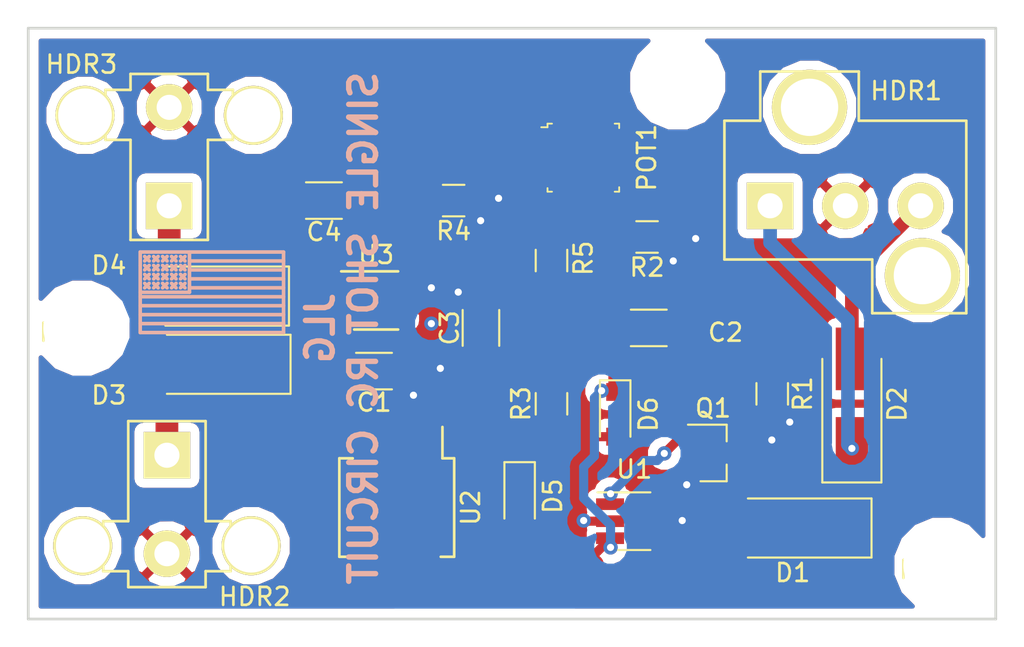
<source format=kicad_pcb>
(kicad_pcb (version 20171130) (host pcbnew "(5.0.0-rc2-dev-225-g9e8bcbea0)")

  (general
    (thickness 1.6)
    (drawings 60)
    (tracks 134)
    (zones 0)
    (modules 26)
    (nets 15)
  )

  (page A4)
  (layers
    (0 F.Cu signal)
    (31 B.Cu signal)
    (32 B.Adhes user hide)
    (33 F.Adhes user hide)
    (34 B.Paste user hide)
    (35 F.Paste user hide)
    (36 B.SilkS user)
    (37 F.SilkS user)
    (38 B.Mask user hide)
    (39 F.Mask user hide)
    (40 Dwgs.User user hide)
    (41 Cmts.User user hide)
    (42 Eco1.User user hide)
    (43 Eco2.User user hide)
    (44 Edge.Cuts user)
    (45 Margin user hide)
    (46 B.CrtYd user hide)
    (47 F.CrtYd user hide)
    (48 B.Fab user hide)
    (49 F.Fab user hide)
  )

  (setup
    (last_trace_width 0.762)
    (user_trace_width 0.3048)
    (user_trace_width 0.508)
    (user_trace_width 0.762)
    (user_trace_width 1.27)
    (trace_clearance 0.2)
    (zone_clearance 0.508)
    (zone_45_only no)
    (trace_min 0.2)
    (segment_width 0.2)
    (edge_width 0.15)
    (via_size 0.8)
    (via_drill 0.4)
    (via_min_size 0.4)
    (via_min_drill 0.3)
    (user_via 0.762 0.508)
    (uvia_size 0.3)
    (uvia_drill 0.1)
    (uvias_allowed no)
    (uvia_min_size 0.2)
    (uvia_min_drill 0.1)
    (pcb_text_width 0.3)
    (pcb_text_size 1.5 1.5)
    (mod_edge_width 0.15)
    (mod_text_size 1 1)
    (mod_text_width 0.15)
    (pad_size 1.524 1.524)
    (pad_drill 0.762)
    (pad_to_mask_clearance 0.2)
    (aux_axis_origin 0 0)
    (visible_elements FFFFFF7F)
    (pcbplotparams
      (layerselection 0x010fc_ffffffff)
      (usegerberextensions false)
      (usegerberattributes false)
      (usegerberadvancedattributes false)
      (creategerberjobfile false)
      (excludeedgelayer true)
      (linewidth 0.100000)
      (plotframeref false)
      (viasonmask false)
      (mode 1)
      (useauxorigin false)
      (hpglpennumber 1)
      (hpglpenspeed 20)
      (hpglpendiameter 15)
      (psnegative false)
      (psa4output false)
      (plotreference true)
      (plotvalue true)
      (plotinvisibletext false)
      (padsonsilk false)
      (subtractmaskfromsilk false)
      (outputformat 1)
      (mirror false)
      (drillshape 1)
      (scaleselection 1)
      (outputdirectory ""))
  )

  (net 0 "")
  (net 1 +15V)
  (net 2 GNDREF)
  (net 3 "Net-(C2-Pad2)")
  (net 4 "Net-(C3-Pad1)")
  (net 5 "Net-(C4-Pad2)")
  (net 6 "Net-(D1-Pad2)")
  (net 7 "Net-(D1-Pad1)")
  (net 8 "Net-(D2-Pad2)")
  (net 9 "Net-(D3-Pad2)")
  (net 10 "Net-(D4-Pad2)")
  (net 11 "Net-(D5-Pad1)")
  (net 12 "Net-(Q1-Pad1)")
  (net 13 "Net-(U3-Pad3)")
  (net 14 "Net-(POT1-Pad1)")

  (net_class Default "This is the default net class."
    (clearance 0.2)
    (trace_width 0.25)
    (via_dia 0.8)
    (via_drill 0.4)
    (uvia_dia 0.3)
    (uvia_drill 0.1)
    (add_net +15V)
    (add_net GNDREF)
    (add_net "Net-(C2-Pad2)")
    (add_net "Net-(C3-Pad1)")
    (add_net "Net-(C4-Pad2)")
    (add_net "Net-(D1-Pad1)")
    (add_net "Net-(D1-Pad2)")
    (add_net "Net-(D2-Pad2)")
    (add_net "Net-(D3-Pad2)")
    (add_net "Net-(D4-Pad2)")
    (add_net "Net-(D5-Pad1)")
    (add_net "Net-(POT1-Pad1)")
    (add_net "Net-(Q1-Pad1)")
    (add_net "Net-(U3-Pad3)")
  )

  (module Mounting_Holes:MountingHole_4.3mm_M4 (layer F.Cu) (tedit 56D1B4CB) (tstamp 5B614D82)
    (at 130 92)
    (descr "Mounting Hole 4.3mm, no annular, M4")
    (tags "mounting hole 4.3mm no annular m4")
    (attr virtual)
    (fp_text reference REF** (at -0.25 0.25) (layer F.SilkS)
      (effects (font (size 1 1) (thickness 0.15)))
    )
    (fp_text value MountingHole_4.3mm_M4 (at 0 5.3) (layer F.Fab)
      (effects (font (size 1 1) (thickness 0.15)))
    )
    (fp_text user %R (at 0.3 0) (layer F.Fab)
      (effects (font (size 1 1) (thickness 0.15)))
    )
    (fp_circle (center 0 0) (end 4.3 0) (layer Cmts.User) (width 0.15))
    (fp_circle (center 0 0) (end 4.55 0) (layer F.CrtYd) (width 0.05))
    (pad 1 np_thru_hole circle (at 0 0) (size 4.3 4.3) (drill 4.3) (layers *.Cu *.Mask))
  )

  (module Mounting_Holes:MountingHole_4.3mm_M4 (layer F.Cu) (tedit 56D1B4CB) (tstamp 5B614D31)
    (at 115.25 65)
    (descr "Mounting Hole 4.3mm, no annular, M4")
    (tags "mounting hole 4.3mm no annular m4")
    (attr virtual)
    (fp_text reference REF** (at 0 0) (layer F.SilkS)
      (effects (font (size 1 1) (thickness 0.15)))
    )
    (fp_text value MountingHole_4.3mm_M4 (at 0 5.3) (layer F.Fab)
      (effects (font (size 1 1) (thickness 0.15)))
    )
    (fp_circle (center 0 0) (end 4.55 0) (layer F.CrtYd) (width 0.05))
    (fp_circle (center 0 0) (end 4.3 0) (layer Cmts.User) (width 0.15))
    (fp_text user %R (at 0.3 0) (layer F.Fab)
      (effects (font (size 1 1) (thickness 0.15)))
    )
    (pad 1 np_thru_hole circle (at 0 0) (size 4.3 4.3) (drill 4.3) (layers *.Cu *.Mask))
  )

  (module Diodes_SMD:D_SMA_Handsoldering (layer F.Cu) (tedit 58643398) (tstamp 5B61143A)
    (at 124.968 82.971 90)
    (descr "Diode SMA (DO-214AC) Handsoldering")
    (tags "Diode SMA (DO-214AC) Handsoldering")
    (path /5B637082)
    (attr smd)
    (fp_text reference D2 (at -0.029 2.532 90) (layer F.SilkS)
      (effects (font (size 1 1) (thickness 0.15)))
    )
    (fp_text value D_Schottky (at 0 2.6 90) (layer F.Fab)
      (effects (font (size 1 1) (thickness 0.15)))
    )
    (fp_text user %R (at 0 -2.5 90) (layer F.Fab)
      (effects (font (size 1 1) (thickness 0.15)))
    )
    (fp_line (start -4.4 -1.65) (end -4.4 1.65) (layer F.SilkS) (width 0.12))
    (fp_line (start 2.3 1.5) (end -2.3 1.5) (layer F.Fab) (width 0.1))
    (fp_line (start -2.3 1.5) (end -2.3 -1.5) (layer F.Fab) (width 0.1))
    (fp_line (start 2.3 -1.5) (end 2.3 1.5) (layer F.Fab) (width 0.1))
    (fp_line (start 2.3 -1.5) (end -2.3 -1.5) (layer F.Fab) (width 0.1))
    (fp_line (start -4.5 -1.75) (end 4.5 -1.75) (layer F.CrtYd) (width 0.05))
    (fp_line (start 4.5 -1.75) (end 4.5 1.75) (layer F.CrtYd) (width 0.05))
    (fp_line (start 4.5 1.75) (end -4.5 1.75) (layer F.CrtYd) (width 0.05))
    (fp_line (start -4.5 1.75) (end -4.5 -1.75) (layer F.CrtYd) (width 0.05))
    (fp_line (start -0.64944 0.00102) (end -1.55114 0.00102) (layer F.Fab) (width 0.1))
    (fp_line (start 0.50118 0.00102) (end 1.4994 0.00102) (layer F.Fab) (width 0.1))
    (fp_line (start -0.64944 -0.79908) (end -0.64944 0.80112) (layer F.Fab) (width 0.1))
    (fp_line (start 0.50118 0.75032) (end 0.50118 -0.79908) (layer F.Fab) (width 0.1))
    (fp_line (start -0.64944 0.00102) (end 0.50118 0.75032) (layer F.Fab) (width 0.1))
    (fp_line (start -0.64944 0.00102) (end 0.50118 -0.79908) (layer F.Fab) (width 0.1))
    (fp_line (start -4.4 1.65) (end 2.5 1.65) (layer F.SilkS) (width 0.12))
    (fp_line (start -4.4 -1.65) (end 2.5 -1.65) (layer F.SilkS) (width 0.12))
    (pad 1 smd rect (at -2.5 0 90) (size 3.5 1.8) (layers F.Cu F.Paste F.Mask)
      (net 7 "Net-(D1-Pad1)"))
    (pad 2 smd rect (at 2.5 0 90) (size 3.5 1.8) (layers F.Cu F.Paste F.Mask)
      (net 8 "Net-(D2-Pad2)"))
    (model ${KISYS3DMOD}/Diodes_SMD.3dshapes/D_SMA.wrl
      (at (xyz 0 0 0))
      (scale (xyz 1 1 1))
      (rotate (xyz 0 0 0))
    )
  )

  (module Capacitors_SMD:C_1206_HandSoldering (layer F.Cu) (tedit 58AA84D1) (tstamp 5B6113D7)
    (at 98.298 81.153 180)
    (descr "Capacitor SMD 1206, hand soldering")
    (tags "capacitor 1206")
    (path /5AADFA97)
    (attr smd)
    (fp_text reference C1 (at 0 -1.75 180) (layer F.SilkS)
      (effects (font (size 1 1) (thickness 0.15)))
    )
    (fp_text value 1uf (at 0 2 180) (layer F.Fab)
      (effects (font (size 1 1) (thickness 0.15)))
    )
    (fp_text user %R (at 0 -1.75 180) (layer F.Fab)
      (effects (font (size 1 1) (thickness 0.15)))
    )
    (fp_line (start -1.6 0.8) (end -1.6 -0.8) (layer F.Fab) (width 0.1))
    (fp_line (start 1.6 0.8) (end -1.6 0.8) (layer F.Fab) (width 0.1))
    (fp_line (start 1.6 -0.8) (end 1.6 0.8) (layer F.Fab) (width 0.1))
    (fp_line (start -1.6 -0.8) (end 1.6 -0.8) (layer F.Fab) (width 0.1))
    (fp_line (start 1 -1.02) (end -1 -1.02) (layer F.SilkS) (width 0.12))
    (fp_line (start -1 1.02) (end 1 1.02) (layer F.SilkS) (width 0.12))
    (fp_line (start -3.25 -1.05) (end 3.25 -1.05) (layer F.CrtYd) (width 0.05))
    (fp_line (start -3.25 -1.05) (end -3.25 1.05) (layer F.CrtYd) (width 0.05))
    (fp_line (start 3.25 1.05) (end 3.25 -1.05) (layer F.CrtYd) (width 0.05))
    (fp_line (start 3.25 1.05) (end -3.25 1.05) (layer F.CrtYd) (width 0.05))
    (pad 1 smd rect (at -2 0 180) (size 2 1.6) (layers F.Cu F.Paste F.Mask)
      (net 1 +15V))
    (pad 2 smd rect (at 2 0 180) (size 2 1.6) (layers F.Cu F.Paste F.Mask)
      (net 2 GNDREF))
    (model Capacitors_SMD.3dshapes/C_1206.wrl
      (at (xyz 0 0 0))
      (scale (xyz 1 1 1))
      (rotate (xyz 0 0 0))
    )
  )

  (module Capacitors_SMD:C_1206_HandSoldering (layer F.Cu) (tedit 58AA84D1) (tstamp 5B6113E8)
    (at 113.633 78.74 180)
    (descr "Capacitor SMD 1206, hand soldering")
    (tags "capacitor 1206")
    (path /5AAD8F44)
    (attr smd)
    (fp_text reference C2 (at -4.286 -0.254 180) (layer F.SilkS)
      (effects (font (size 1 1) (thickness 0.15)))
    )
    (fp_text value 1uf (at 0 2 180) (layer F.Fab)
      (effects (font (size 1 1) (thickness 0.15)))
    )
    (fp_line (start 3.25 1.05) (end -3.25 1.05) (layer F.CrtYd) (width 0.05))
    (fp_line (start 3.25 1.05) (end 3.25 -1.05) (layer F.CrtYd) (width 0.05))
    (fp_line (start -3.25 -1.05) (end -3.25 1.05) (layer F.CrtYd) (width 0.05))
    (fp_line (start -3.25 -1.05) (end 3.25 -1.05) (layer F.CrtYd) (width 0.05))
    (fp_line (start -1 1.02) (end 1 1.02) (layer F.SilkS) (width 0.12))
    (fp_line (start 1 -1.02) (end -1 -1.02) (layer F.SilkS) (width 0.12))
    (fp_line (start -1.6 -0.8) (end 1.6 -0.8) (layer F.Fab) (width 0.1))
    (fp_line (start 1.6 -0.8) (end 1.6 0.8) (layer F.Fab) (width 0.1))
    (fp_line (start 1.6 0.8) (end -1.6 0.8) (layer F.Fab) (width 0.1))
    (fp_line (start -1.6 0.8) (end -1.6 -0.8) (layer F.Fab) (width 0.1))
    (fp_text user %R (at 0 -1.75 180) (layer F.Fab)
      (effects (font (size 1 1) (thickness 0.15)))
    )
    (pad 2 smd rect (at 2 0 180) (size 2 1.6) (layers F.Cu F.Paste F.Mask)
      (net 3 "Net-(C2-Pad2)"))
    (pad 1 smd rect (at -2 0 180) (size 2 1.6) (layers F.Cu F.Paste F.Mask)
      (net 2 GNDREF))
    (model Capacitors_SMD.3dshapes/C_1206.wrl
      (at (xyz 0 0 0))
      (scale (xyz 1 1 1))
      (rotate (xyz 0 0 0))
    )
  )

  (module Capacitors_SMD:C_1206_HandSoldering (layer F.Cu) (tedit 58AA84D1) (tstamp 5B6113F9)
    (at 104.267 78.74 90)
    (descr "Capacitor SMD 1206, hand soldering")
    (tags "capacitor 1206")
    (path /5AAD81E3)
    (attr smd)
    (fp_text reference C3 (at 0 -1.75 90) (layer F.SilkS)
      (effects (font (size 1 1) (thickness 0.15)))
    )
    (fp_text value 1000pf (at 0 2 90) (layer F.Fab)
      (effects (font (size 1 1) (thickness 0.15)))
    )
    (fp_text user %R (at 0 -1.75 90) (layer F.Fab)
      (effects (font (size 1 1) (thickness 0.15)))
    )
    (fp_line (start -1.6 0.8) (end -1.6 -0.8) (layer F.Fab) (width 0.1))
    (fp_line (start 1.6 0.8) (end -1.6 0.8) (layer F.Fab) (width 0.1))
    (fp_line (start 1.6 -0.8) (end 1.6 0.8) (layer F.Fab) (width 0.1))
    (fp_line (start -1.6 -0.8) (end 1.6 -0.8) (layer F.Fab) (width 0.1))
    (fp_line (start 1 -1.02) (end -1 -1.02) (layer F.SilkS) (width 0.12))
    (fp_line (start -1 1.02) (end 1 1.02) (layer F.SilkS) (width 0.12))
    (fp_line (start -3.25 -1.05) (end 3.25 -1.05) (layer F.CrtYd) (width 0.05))
    (fp_line (start -3.25 -1.05) (end -3.25 1.05) (layer F.CrtYd) (width 0.05))
    (fp_line (start 3.25 1.05) (end 3.25 -1.05) (layer F.CrtYd) (width 0.05))
    (fp_line (start 3.25 1.05) (end -3.25 1.05) (layer F.CrtYd) (width 0.05))
    (pad 1 smd rect (at -2 0 90) (size 2 1.6) (layers F.Cu F.Paste F.Mask)
      (net 4 "Net-(C3-Pad1)"))
    (pad 2 smd rect (at 2 0 90) (size 2 1.6) (layers F.Cu F.Paste F.Mask)
      (net 1 +15V))
    (model Capacitors_SMD.3dshapes/C_1206.wrl
      (at (xyz 0 0 0))
      (scale (xyz 1 1 1))
      (rotate (xyz 0 0 0))
    )
  )

  (module Capacitors_SMD:C_1206_HandSoldering (layer F.Cu) (tedit 58AA84D1) (tstamp 5B61140A)
    (at 95.504 71.628 180)
    (descr "Capacitor SMD 1206, hand soldering")
    (tags "capacitor 1206")
    (path /5B45C015)
    (attr smd)
    (fp_text reference C4 (at 0 -1.75 180) (layer F.SilkS)
      (effects (font (size 1 1) (thickness 0.15)))
    )
    (fp_text value 1000pf (at 0 2 180) (layer F.Fab)
      (effects (font (size 1 1) (thickness 0.15)))
    )
    (fp_line (start 3.25 1.05) (end -3.25 1.05) (layer F.CrtYd) (width 0.05))
    (fp_line (start 3.25 1.05) (end 3.25 -1.05) (layer F.CrtYd) (width 0.05))
    (fp_line (start -3.25 -1.05) (end -3.25 1.05) (layer F.CrtYd) (width 0.05))
    (fp_line (start -3.25 -1.05) (end 3.25 -1.05) (layer F.CrtYd) (width 0.05))
    (fp_line (start -1 1.02) (end 1 1.02) (layer F.SilkS) (width 0.12))
    (fp_line (start 1 -1.02) (end -1 -1.02) (layer F.SilkS) (width 0.12))
    (fp_line (start -1.6 -0.8) (end 1.6 -0.8) (layer F.Fab) (width 0.1))
    (fp_line (start 1.6 -0.8) (end 1.6 0.8) (layer F.Fab) (width 0.1))
    (fp_line (start 1.6 0.8) (end -1.6 0.8) (layer F.Fab) (width 0.1))
    (fp_line (start -1.6 0.8) (end -1.6 -0.8) (layer F.Fab) (width 0.1))
    (fp_text user %R (at 0 -1.75 180) (layer F.Fab)
      (effects (font (size 1 1) (thickness 0.15)))
    )
    (pad 2 smd rect (at 2 0 180) (size 2 1.6) (layers F.Cu F.Paste F.Mask)
      (net 5 "Net-(C4-Pad2)"))
    (pad 1 smd rect (at -2 0 180) (size 2 1.6) (layers F.Cu F.Paste F.Mask)
      (net 2 GNDREF))
    (model Capacitors_SMD.3dshapes/C_1206.wrl
      (at (xyz 0 0 0))
      (scale (xyz 1 1 1))
      (rotate (xyz 0 0 0))
    )
  )

  (module Diodes_SMD:D_SMA_Handsoldering (layer F.Cu) (tedit 58643398) (tstamp 5B611422)
    (at 121.666 89.916 180)
    (descr "Diode SMA (DO-214AC) Handsoldering")
    (tags "Diode SMA (DO-214AC) Handsoldering")
    (path /5B636EEA)
    (attr smd)
    (fp_text reference D1 (at 0 -2.5 180) (layer F.SilkS)
      (effects (font (size 1 1) (thickness 0.15)))
    )
    (fp_text value D_Schottky (at 0 2.6 180) (layer F.Fab)
      (effects (font (size 1 1) (thickness 0.15)))
    )
    (fp_line (start -4.4 -1.65) (end 2.5 -1.65) (layer F.SilkS) (width 0.12))
    (fp_line (start -4.4 1.65) (end 2.5 1.65) (layer F.SilkS) (width 0.12))
    (fp_line (start -0.64944 0.00102) (end 0.50118 -0.79908) (layer F.Fab) (width 0.1))
    (fp_line (start -0.64944 0.00102) (end 0.50118 0.75032) (layer F.Fab) (width 0.1))
    (fp_line (start 0.50118 0.75032) (end 0.50118 -0.79908) (layer F.Fab) (width 0.1))
    (fp_line (start -0.64944 -0.79908) (end -0.64944 0.80112) (layer F.Fab) (width 0.1))
    (fp_line (start 0.50118 0.00102) (end 1.4994 0.00102) (layer F.Fab) (width 0.1))
    (fp_line (start -0.64944 0.00102) (end -1.55114 0.00102) (layer F.Fab) (width 0.1))
    (fp_line (start -4.5 1.75) (end -4.5 -1.75) (layer F.CrtYd) (width 0.05))
    (fp_line (start 4.5 1.75) (end -4.5 1.75) (layer F.CrtYd) (width 0.05))
    (fp_line (start 4.5 -1.75) (end 4.5 1.75) (layer F.CrtYd) (width 0.05))
    (fp_line (start -4.5 -1.75) (end 4.5 -1.75) (layer F.CrtYd) (width 0.05))
    (fp_line (start 2.3 -1.5) (end -2.3 -1.5) (layer F.Fab) (width 0.1))
    (fp_line (start 2.3 -1.5) (end 2.3 1.5) (layer F.Fab) (width 0.1))
    (fp_line (start -2.3 1.5) (end -2.3 -1.5) (layer F.Fab) (width 0.1))
    (fp_line (start 2.3 1.5) (end -2.3 1.5) (layer F.Fab) (width 0.1))
    (fp_line (start -4.4 -1.65) (end -4.4 1.65) (layer F.SilkS) (width 0.12))
    (fp_text user %R (at 0 -2.5 180) (layer F.Fab)
      (effects (font (size 1 1) (thickness 0.15)))
    )
    (pad 2 smd rect (at 2.5 0 180) (size 3.5 1.8) (layers F.Cu F.Paste F.Mask)
      (net 6 "Net-(D1-Pad2)"))
    (pad 1 smd rect (at -2.5 0 180) (size 3.5 1.8) (layers F.Cu F.Paste F.Mask)
      (net 7 "Net-(D1-Pad1)"))
    (model ${KISYS3DMOD}/Diodes_SMD.3dshapes/D_SMA.wrl
      (at (xyz 0 0 0))
      (scale (xyz 1 1 1))
      (rotate (xyz 0 0 0))
    )
  )

  (module Diodes_SMD:D_SMA_Handsoldering (layer F.Cu) (tedit 58643398) (tstamp 5B611452)
    (at 89.241 80.772 180)
    (descr "Diode SMA (DO-214AC) Handsoldering")
    (tags "Diode SMA (DO-214AC) Handsoldering")
    (path /5B5DAA89)
    (attr smd)
    (fp_text reference D3 (at 5.741 -1.728 180) (layer F.SilkS)
      (effects (font (size 1 1) (thickness 0.15)))
    )
    (fp_text value D_Schottky (at 0 2.6 180) (layer F.Fab)
      (effects (font (size 1 1) (thickness 0.15)))
    )
    (fp_line (start -4.4 -1.65) (end 2.5 -1.65) (layer F.SilkS) (width 0.12))
    (fp_line (start -4.4 1.65) (end 2.5 1.65) (layer F.SilkS) (width 0.12))
    (fp_line (start -0.64944 0.00102) (end 0.50118 -0.79908) (layer F.Fab) (width 0.1))
    (fp_line (start -0.64944 0.00102) (end 0.50118 0.75032) (layer F.Fab) (width 0.1))
    (fp_line (start 0.50118 0.75032) (end 0.50118 -0.79908) (layer F.Fab) (width 0.1))
    (fp_line (start -0.64944 -0.79908) (end -0.64944 0.80112) (layer F.Fab) (width 0.1))
    (fp_line (start 0.50118 0.00102) (end 1.4994 0.00102) (layer F.Fab) (width 0.1))
    (fp_line (start -0.64944 0.00102) (end -1.55114 0.00102) (layer F.Fab) (width 0.1))
    (fp_line (start -4.5 1.75) (end -4.5 -1.75) (layer F.CrtYd) (width 0.05))
    (fp_line (start 4.5 1.75) (end -4.5 1.75) (layer F.CrtYd) (width 0.05))
    (fp_line (start 4.5 -1.75) (end 4.5 1.75) (layer F.CrtYd) (width 0.05))
    (fp_line (start -4.5 -1.75) (end 4.5 -1.75) (layer F.CrtYd) (width 0.05))
    (fp_line (start 2.3 -1.5) (end -2.3 -1.5) (layer F.Fab) (width 0.1))
    (fp_line (start 2.3 -1.5) (end 2.3 1.5) (layer F.Fab) (width 0.1))
    (fp_line (start -2.3 1.5) (end -2.3 -1.5) (layer F.Fab) (width 0.1))
    (fp_line (start 2.3 1.5) (end -2.3 1.5) (layer F.Fab) (width 0.1))
    (fp_line (start -4.4 -1.65) (end -4.4 1.65) (layer F.SilkS) (width 0.12))
    (fp_text user %R (at 0 -2.5 180) (layer F.Fab)
      (effects (font (size 1 1) (thickness 0.15)))
    )
    (pad 2 smd rect (at 2.5 0 180) (size 3.5 1.8) (layers F.Cu F.Paste F.Mask)
      (net 9 "Net-(D3-Pad2)"))
    (pad 1 smd rect (at -2.5 0 180) (size 3.5 1.8) (layers F.Cu F.Paste F.Mask)
      (net 5 "Net-(C4-Pad2)"))
    (model ${KISYS3DMOD}/Diodes_SMD.3dshapes/D_SMA.wrl
      (at (xyz 0 0 0))
      (scale (xyz 1 1 1))
      (rotate (xyz 0 0 0))
    )
  )

  (module Diodes_SMD:D_SMA_Handsoldering (layer F.Cu) (tedit 58643398) (tstamp 5B61146A)
    (at 89.154 76.962 180)
    (descr "Diode SMA (DO-214AC) Handsoldering")
    (tags "Diode SMA (DO-214AC) Handsoldering")
    (path /5B636DB3)
    (attr smd)
    (fp_text reference D4 (at 5.654 1.712 180) (layer F.SilkS)
      (effects (font (size 1 1) (thickness 0.15)))
    )
    (fp_text value D_Schottky (at 0 2.6 180) (layer F.Fab)
      (effects (font (size 1 1) (thickness 0.15)))
    )
    (fp_text user %R (at 0 -2.5 180) (layer F.Fab)
      (effects (font (size 1 1) (thickness 0.15)))
    )
    (fp_line (start -4.4 -1.65) (end -4.4 1.65) (layer F.SilkS) (width 0.12))
    (fp_line (start 2.3 1.5) (end -2.3 1.5) (layer F.Fab) (width 0.1))
    (fp_line (start -2.3 1.5) (end -2.3 -1.5) (layer F.Fab) (width 0.1))
    (fp_line (start 2.3 -1.5) (end 2.3 1.5) (layer F.Fab) (width 0.1))
    (fp_line (start 2.3 -1.5) (end -2.3 -1.5) (layer F.Fab) (width 0.1))
    (fp_line (start -4.5 -1.75) (end 4.5 -1.75) (layer F.CrtYd) (width 0.05))
    (fp_line (start 4.5 -1.75) (end 4.5 1.75) (layer F.CrtYd) (width 0.05))
    (fp_line (start 4.5 1.75) (end -4.5 1.75) (layer F.CrtYd) (width 0.05))
    (fp_line (start -4.5 1.75) (end -4.5 -1.75) (layer F.CrtYd) (width 0.05))
    (fp_line (start -0.64944 0.00102) (end -1.55114 0.00102) (layer F.Fab) (width 0.1))
    (fp_line (start 0.50118 0.00102) (end 1.4994 0.00102) (layer F.Fab) (width 0.1))
    (fp_line (start -0.64944 -0.79908) (end -0.64944 0.80112) (layer F.Fab) (width 0.1))
    (fp_line (start 0.50118 0.75032) (end 0.50118 -0.79908) (layer F.Fab) (width 0.1))
    (fp_line (start -0.64944 0.00102) (end 0.50118 0.75032) (layer F.Fab) (width 0.1))
    (fp_line (start -0.64944 0.00102) (end 0.50118 -0.79908) (layer F.Fab) (width 0.1))
    (fp_line (start -4.4 1.65) (end 2.5 1.65) (layer F.SilkS) (width 0.12))
    (fp_line (start -4.4 -1.65) (end 2.5 -1.65) (layer F.SilkS) (width 0.12))
    (pad 1 smd rect (at -2.5 0 180) (size 3.5 1.8) (layers F.Cu F.Paste F.Mask)
      (net 5 "Net-(C4-Pad2)"))
    (pad 2 smd rect (at 2.5 0 180) (size 3.5 1.8) (layers F.Cu F.Paste F.Mask)
      (net 10 "Net-(D4-Pad2)"))
    (model ${KISYS3DMOD}/Diodes_SMD.3dshapes/D_SMA.wrl
      (at (xyz 0 0 0))
      (scale (xyz 1 1 1))
      (rotate (xyz 0 0 0))
    )
  )

  (module Diodes_SMD:D_SOD-323_HandSoldering (layer F.Cu) (tedit 58641869) (tstamp 5B611482)
    (at 106.426 88.138 270)
    (descr SOD-323)
    (tags SOD-323)
    (path /5B67F15C)
    (attr smd)
    (fp_text reference D5 (at 0 -1.85 270) (layer F.SilkS)
      (effects (font (size 1 1) (thickness 0.15)))
    )
    (fp_text value D_Zener_Small (at 0.1 1.9 270) (layer F.Fab)
      (effects (font (size 1 1) (thickness 0.15)))
    )
    (fp_text user %R (at 0 -1.85 270) (layer F.Fab)
      (effects (font (size 1 1) (thickness 0.15)))
    )
    (fp_line (start -1.9 -0.85) (end -1.9 0.85) (layer F.SilkS) (width 0.12))
    (fp_line (start 0.2 0) (end 0.45 0) (layer F.Fab) (width 0.1))
    (fp_line (start 0.2 0.35) (end -0.3 0) (layer F.Fab) (width 0.1))
    (fp_line (start 0.2 -0.35) (end 0.2 0.35) (layer F.Fab) (width 0.1))
    (fp_line (start -0.3 0) (end 0.2 -0.35) (layer F.Fab) (width 0.1))
    (fp_line (start -0.3 0) (end -0.5 0) (layer F.Fab) (width 0.1))
    (fp_line (start -0.3 -0.35) (end -0.3 0.35) (layer F.Fab) (width 0.1))
    (fp_line (start -0.9 0.7) (end -0.9 -0.7) (layer F.Fab) (width 0.1))
    (fp_line (start 0.9 0.7) (end -0.9 0.7) (layer F.Fab) (width 0.1))
    (fp_line (start 0.9 -0.7) (end 0.9 0.7) (layer F.Fab) (width 0.1))
    (fp_line (start -0.9 -0.7) (end 0.9 -0.7) (layer F.Fab) (width 0.1))
    (fp_line (start -2 -0.95) (end 2 -0.95) (layer F.CrtYd) (width 0.05))
    (fp_line (start 2 -0.95) (end 2 0.95) (layer F.CrtYd) (width 0.05))
    (fp_line (start -2 0.95) (end 2 0.95) (layer F.CrtYd) (width 0.05))
    (fp_line (start -2 -0.95) (end -2 0.95) (layer F.CrtYd) (width 0.05))
    (fp_line (start -1.9 0.85) (end 1.25 0.85) (layer F.SilkS) (width 0.12))
    (fp_line (start -1.9 -0.85) (end 1.25 -0.85) (layer F.SilkS) (width 0.12))
    (pad 1 smd rect (at -1.25 0 270) (size 1 1) (layers F.Cu F.Paste F.Mask)
      (net 11 "Net-(D5-Pad1)"))
    (pad 2 smd rect (at 1.25 0 270) (size 1 1) (layers F.Cu F.Paste F.Mask)
      (net 2 GNDREF))
    (model ${KISYS3DMOD}/Diodes_SMD.3dshapes/D_SOD-323.wrl
      (at (xyz 0 0 0))
      (scale (xyz 1 1 1))
      (rotate (xyz 0 0 0))
    )
  )

  (module Diodes_SMD:D_SOD-323_HandSoldering (layer F.Cu) (tedit 58641869) (tstamp 5B61149A)
    (at 111.76 83.566 270)
    (descr SOD-323)
    (tags SOD-323)
    (path /5B68713A)
    (attr smd)
    (fp_text reference D6 (at 0 -1.85 270) (layer F.SilkS)
      (effects (font (size 1 1) (thickness 0.15)))
    )
    (fp_text value D_Zener_Small (at 0.1 1.9 270) (layer F.Fab)
      (effects (font (size 1 1) (thickness 0.15)))
    )
    (fp_line (start -1.9 -0.85) (end 1.25 -0.85) (layer F.SilkS) (width 0.12))
    (fp_line (start -1.9 0.85) (end 1.25 0.85) (layer F.SilkS) (width 0.12))
    (fp_line (start -2 -0.95) (end -2 0.95) (layer F.CrtYd) (width 0.05))
    (fp_line (start -2 0.95) (end 2 0.95) (layer F.CrtYd) (width 0.05))
    (fp_line (start 2 -0.95) (end 2 0.95) (layer F.CrtYd) (width 0.05))
    (fp_line (start -2 -0.95) (end 2 -0.95) (layer F.CrtYd) (width 0.05))
    (fp_line (start -0.9 -0.7) (end 0.9 -0.7) (layer F.Fab) (width 0.1))
    (fp_line (start 0.9 -0.7) (end 0.9 0.7) (layer F.Fab) (width 0.1))
    (fp_line (start 0.9 0.7) (end -0.9 0.7) (layer F.Fab) (width 0.1))
    (fp_line (start -0.9 0.7) (end -0.9 -0.7) (layer F.Fab) (width 0.1))
    (fp_line (start -0.3 -0.35) (end -0.3 0.35) (layer F.Fab) (width 0.1))
    (fp_line (start -0.3 0) (end -0.5 0) (layer F.Fab) (width 0.1))
    (fp_line (start -0.3 0) (end 0.2 -0.35) (layer F.Fab) (width 0.1))
    (fp_line (start 0.2 -0.35) (end 0.2 0.35) (layer F.Fab) (width 0.1))
    (fp_line (start 0.2 0.35) (end -0.3 0) (layer F.Fab) (width 0.1))
    (fp_line (start 0.2 0) (end 0.45 0) (layer F.Fab) (width 0.1))
    (fp_line (start -1.9 -0.85) (end -1.9 0.85) (layer F.SilkS) (width 0.12))
    (fp_text user %R (at 0 -1.85 270) (layer F.Fab)
      (effects (font (size 1 1) (thickness 0.15)))
    )
    (pad 2 smd rect (at 1.25 0 270) (size 1 1) (layers F.Cu F.Paste F.Mask)
      (net 2 GNDREF))
    (pad 1 smd rect (at -1.25 0 270) (size 1 1) (layers F.Cu F.Paste F.Mask)
      (net 3 "Net-(C2-Pad2)"))
    (model ${KISYS3DMOD}/Diodes_SMD.3dshapes/D_SOD-323.wrl
      (at (xyz 0 0 0))
      (scale (xyz 1 1 1))
      (rotate (xyz 0 0 0))
    )
  )

  (module DWL_KiCad_Lib:39-30-1039 (layer F.Cu) (tedit 5679936E) (tstamp 5B6114AE)
    (at 124.605 71.919 180)
    (tags "MINI-FIT JR.")
    (path /5AAE10B1)
    (fp_text reference HDR1 (at -3.395 6.419 180) (layer F.SilkS)
      (effects (font (size 1 1) (thickness 0.15)))
    )
    (fp_text value AB2_HDR03-1 (at 1.2 8.5 180) (layer F.Fab)
      (effects (font (size 1 1) (thickness 0.15)))
    )
    (fp_line (start -1.5 -3) (end -1.5 -6) (layer F.SilkS) (width 0.15))
    (fp_line (start 6.75 -3) (end -1.5 -3) (layer F.SilkS) (width 0.15))
    (fp_line (start 6.75 -3) (end 6.75 4.75) (layer F.SilkS) (width 0.15))
    (fp_line (start 4.75 7.5) (end 4.75 4.75) (layer F.SilkS) (width 0.15))
    (fp_line (start 4.75 4.75) (end 6.75 4.75) (layer F.SilkS) (width 0.15))
    (fp_line (start -0.75 4.75) (end -0.75 7.5) (layer F.SilkS) (width 0.15))
    (fp_line (start -6.75 -5.75) (end -6.75 4.75) (layer F.SilkS) (width 0.15))
    (fp_line (start -6.75 4.75) (end -0.75 4.75) (layer F.SilkS) (width 0.15))
    (fp_line (start 4.75 7.5) (end -0.75 7.5) (layer F.SilkS) (width 0.15))
    (fp_line (start -6.75 -5.75) (end -6.75 -6) (layer F.SilkS) (width 0.15))
    (fp_line (start -6.75 -6) (end -1.5 -6) (layer F.SilkS) (width 0.15))
    (pad 1 thru_hole rect (at 4.2 0 180) (size 2.6 2.6) (drill 1.4) (layers *.Cu *.Mask F.SilkS)
      (net 7 "Net-(D1-Pad1)"))
    (pad 2 thru_hole circle (at 0 0 180) (size 2.6 2.6) (drill 1.4) (layers *.Cu *.Mask F.SilkS)
      (net 2 GNDREF))
    (pad 3 thru_hole circle (at -4.2 0 180) (size 2.6 2.6) (drill 1.4) (layers *.Cu *.Mask F.SilkS)
      (net 8 "Net-(D2-Pad2)"))
    (pad ~ thru_hole circle (at 2 5.5 180) (size 4.2 4.2) (drill 3.2) (layers *.Cu *.Mask F.SilkS))
    (pad ~ thru_hole circle (at -4.3 -3.9 180) (size 4.2 4.2) (drill 3.2) (layers *.Cu *.Mask F.SilkS))
  )

  (module DWL_KiCad_Lib:39-29-9023 (layer F.Cu) (tedit 567991B0) (tstamp 5B6114C2)
    (at 86.741 85.852 180)
    (path /5AADC6D3)
    (fp_text reference HDR2 (at -4.9 -7.9 180) (layer F.SilkS)
      (effects (font (size 1 1) (thickness 0.15)))
    )
    (fp_text value AB2_HDR02-1 (at 0 3.5 180) (layer F.Fab)
      (effects (font (size 1 1) (thickness 0.15)))
    )
    (fp_line (start 2.159 1.905) (end 2.159 -3.683) (layer F.SilkS) (width 0.15))
    (fp_line (start -2.159 -3.683) (end -2.159 1.905) (layer F.SilkS) (width 0.15))
    (fp_line (start -2.159 -6.477) (end -2.159 -7.366) (layer F.SilkS) (width 0.15))
    (fp_line (start 2.159 -7.366) (end 2.159 -6.477) (layer F.SilkS) (width 0.15))
    (fp_line (start -3.556 -3.683) (end -2.159 -3.683) (layer F.SilkS) (width 0.15))
    (fp_line (start -2.159 1.905) (end 2.159 1.905) (layer F.SilkS) (width 0.15))
    (fp_line (start 2.159 -3.683) (end 3.556 -3.683) (layer F.SilkS) (width 0.15))
    (fp_line (start 3.556 -3.683) (end 3.556 -6.477) (layer F.SilkS) (width 0.15))
    (fp_line (start 3.556 -6.477) (end 2.159 -6.477) (layer F.SilkS) (width 0.15))
    (fp_line (start 2.159 -7.366) (end -2.159 -7.366) (layer F.SilkS) (width 0.15))
    (fp_line (start -2.159 -6.477) (end -3.556 -6.477) (layer F.SilkS) (width 0.15))
    (fp_line (start -3.556 -6.477) (end -3.556 -3.683) (layer F.SilkS) (width 0.15))
    (pad 1 thru_hole rect (at 0 0 180) (size 2.6 2.6) (drill 1.4) (layers *.Cu *.Mask F.SilkS)
      (net 9 "Net-(D3-Pad2)"))
    (pad 2 thru_hole circle (at 0 -5.5 180) (size 2.6 2.6) (drill 1.4) (layers *.Cu *.Mask F.SilkS)
      (net 2 GNDREF))
    (pad ~ thru_hole circle (at 4.699 -5.0546 180) (size 3.302 3.302) (drill 2.9972) (layers *.Cu *.Mask F.SilkS))
    (pad ~ thru_hole circle (at -4.699 -5.0546 180) (size 3.302 3.302) (drill 2.9972) (layers *.Cu *.Mask F.SilkS))
  )

  (module DWL_KiCad_Lib:39-29-9023 (layer F.Cu) (tedit 567991B0) (tstamp 5B6114D6)
    (at 86.868 71.921)
    (path /5B5E0690)
    (fp_text reference HDR3 (at -4.9 -7.9) (layer F.SilkS)
      (effects (font (size 1 1) (thickness 0.15)))
    )
    (fp_text value AB2_HDR02-1 (at 0 3.5) (layer F.Fab)
      (effects (font (size 1 1) (thickness 0.15)))
    )
    (fp_line (start -3.556 -6.477) (end -3.556 -3.683) (layer F.SilkS) (width 0.15))
    (fp_line (start -2.159 -6.477) (end -3.556 -6.477) (layer F.SilkS) (width 0.15))
    (fp_line (start 2.159 -7.366) (end -2.159 -7.366) (layer F.SilkS) (width 0.15))
    (fp_line (start 3.556 -6.477) (end 2.159 -6.477) (layer F.SilkS) (width 0.15))
    (fp_line (start 3.556 -3.683) (end 3.556 -6.477) (layer F.SilkS) (width 0.15))
    (fp_line (start 2.159 -3.683) (end 3.556 -3.683) (layer F.SilkS) (width 0.15))
    (fp_line (start -2.159 1.905) (end 2.159 1.905) (layer F.SilkS) (width 0.15))
    (fp_line (start -3.556 -3.683) (end -2.159 -3.683) (layer F.SilkS) (width 0.15))
    (fp_line (start 2.159 -7.366) (end 2.159 -6.477) (layer F.SilkS) (width 0.15))
    (fp_line (start -2.159 -6.477) (end -2.159 -7.366) (layer F.SilkS) (width 0.15))
    (fp_line (start -2.159 -3.683) (end -2.159 1.905) (layer F.SilkS) (width 0.15))
    (fp_line (start 2.159 1.905) (end 2.159 -3.683) (layer F.SilkS) (width 0.15))
    (pad ~ thru_hole circle (at -4.699 -5.0546) (size 3.302 3.302) (drill 2.9972) (layers *.Cu *.Mask F.SilkS))
    (pad ~ thru_hole circle (at 4.699 -5.0546) (size 3.302 3.302) (drill 2.9972) (layers *.Cu *.Mask F.SilkS))
    (pad 2 thru_hole circle (at 0 -5.5) (size 2.6 2.6) (drill 1.4) (layers *.Cu *.Mask F.SilkS)
      (net 2 GNDREF))
    (pad 1 thru_hole rect (at 0 0) (size 2.6 2.6) (drill 1.4) (layers *.Cu *.Mask F.SilkS)
      (net 10 "Net-(D4-Pad2)"))
  )

  (module digikey-footprints:Trimpot_3.8mmx3.6mm_TC33X-2-103E (layer F.Cu) (tedit 59A9804A) (tstamp 5B6114EF)
    (at 109.982 69.231 270)
    (descr http://www.bourns.com/docs/Product-Datasheets/TC33.pdf)
    (path /5B49FD11)
    (fp_text reference POT1 (at 0 -3.54 270) (layer F.SilkS)
      (effects (font (size 1 1) (thickness 0.15)))
    )
    (fp_text value TC33X-2-103E (at 0 3.65 270) (layer F.Fab)
      (effects (font (size 1 1) (thickness 0.15)))
    )
    (fp_line (start -2.05 -2.45) (end -2.05 2.65) (layer F.CrtYd) (width 0.05))
    (fp_line (start 2.05 2.65) (end 2.05 -2.45) (layer F.CrtYd) (width 0.05))
    (fp_line (start 2.05 2.65) (end -2.05 2.65) (layer F.CrtYd) (width 0.05))
    (fp_line (start 2.05 -2.45) (end -2.05 -2.45) (layer F.CrtYd) (width 0.05))
    (fp_text user %R (at 0.036238 0.0895 270) (layer F.Fab)
      (effects (font (size 0.5 0.5) (thickness 0.05)))
    )
    (fp_line (start -1.9 -2) (end -1.9 -1.75) (layer F.SilkS) (width 0.1))
    (fp_line (start -1.9 -2) (end -1.65 -2) (layer F.SilkS) (width 0.1))
    (fp_line (start 1.9 -2) (end 1.9 -1.75) (layer F.SilkS) (width 0.1))
    (fp_line (start 1.9 -2) (end 1.65 -2) (layer F.SilkS) (width 0.1))
    (fp_line (start 1.9 2) (end 1.7 2) (layer F.SilkS) (width 0.1))
    (fp_line (start 1.9 2) (end 1.9 1.75) (layer F.SilkS) (width 0.1))
    (fp_line (start -1.9 1.75) (end -1.9 2) (layer F.SilkS) (width 0.1))
    (fp_line (start -1.9 2) (end -1.7 2) (layer F.SilkS) (width 0.1))
    (fp_line (start -1.7 2) (end -1.7 2.35) (layer F.SilkS) (width 0.1))
    (fp_line (start 1.8 1.9) (end 1.8 -1.9) (layer F.Fab) (width 0.1))
    (fp_line (start -1.8 -1.9) (end -1.8 1.9) (layer F.Fab) (width 0.1))
    (fp_line (start -1.8 -1.9) (end 1.8 -1.9) (layer F.Fab) (width 0.1))
    (fp_line (start -1.8 1.9) (end 1.8 1.9) (layer F.Fab) (width 0.1))
    (pad 2 smd rect (at 0 -1.45 270) (size 1.6 1.5) (layers F.Cu F.Paste F.Mask)
      (net 3 "Net-(C2-Pad2)"))
    (pad 1 smd rect (at -1 1.8 270) (size 1.2 1.2) (layers F.Cu F.Paste F.Mask)
      (net 14 "Net-(POT1-Pad1)"))
    (pad 3 smd rect (at 1 1.8 270) (size 1.2 1.2) (layers F.Cu F.Paste F.Mask)
      (net 2 GNDREF))
  )

  (module TO_SOT_Packages_SMD:SOT-23 (layer F.Cu) (tedit 58CE4E7E) (tstamp 5B611504)
    (at 117.221 85.725)
    (descr "SOT-23, Standard")
    (tags SOT-23)
    (path /5B59E790)
    (attr smd)
    (fp_text reference Q1 (at 0 -2.5) (layer F.SilkS)
      (effects (font (size 1 1) (thickness 0.15)))
    )
    (fp_text value SQ2361ES (at 0 2.5) (layer F.Fab)
      (effects (font (size 1 1) (thickness 0.15)))
    )
    (fp_line (start 0.76 1.58) (end -0.7 1.58) (layer F.SilkS) (width 0.12))
    (fp_line (start 0.76 -1.58) (end -1.4 -1.58) (layer F.SilkS) (width 0.12))
    (fp_line (start -1.7 1.75) (end -1.7 -1.75) (layer F.CrtYd) (width 0.05))
    (fp_line (start 1.7 1.75) (end -1.7 1.75) (layer F.CrtYd) (width 0.05))
    (fp_line (start 1.7 -1.75) (end 1.7 1.75) (layer F.CrtYd) (width 0.05))
    (fp_line (start -1.7 -1.75) (end 1.7 -1.75) (layer F.CrtYd) (width 0.05))
    (fp_line (start 0.76 -1.58) (end 0.76 -0.65) (layer F.SilkS) (width 0.12))
    (fp_line (start 0.76 1.58) (end 0.76 0.65) (layer F.SilkS) (width 0.12))
    (fp_line (start -0.7 1.52) (end 0.7 1.52) (layer F.Fab) (width 0.1))
    (fp_line (start 0.7 -1.52) (end 0.7 1.52) (layer F.Fab) (width 0.1))
    (fp_line (start -0.7 -0.95) (end -0.15 -1.52) (layer F.Fab) (width 0.1))
    (fp_line (start -0.15 -1.52) (end 0.7 -1.52) (layer F.Fab) (width 0.1))
    (fp_line (start -0.7 -0.95) (end -0.7 1.5) (layer F.Fab) (width 0.1))
    (fp_text user %R (at -0.091333 0 90) (layer F.Fab)
      (effects (font (size 0.5 0.5) (thickness 0.075)))
    )
    (pad 3 smd rect (at 1 0) (size 0.9 0.8) (layers F.Cu F.Paste F.Mask)
      (net 6 "Net-(D1-Pad2)"))
    (pad 2 smd rect (at -1 0.95) (size 0.9 0.8) (layers F.Cu F.Paste F.Mask)
      (net 1 +15V))
    (pad 1 smd rect (at -1 -0.95) (size 0.9 0.8) (layers F.Cu F.Paste F.Mask)
      (net 12 "Net-(Q1-Pad1)"))
    (model ${KISYS3DMOD}/TO_SOT_Packages_SMD.3dshapes/SOT-23.wrl
      (at (xyz 0 0 0))
      (scale (xyz 1 1 1))
      (rotate (xyz 0 0 0))
    )
  )

  (module Resistors_SMD:R_0805_HandSoldering (layer F.Cu) (tedit 58E0A804) (tstamp 5B611515)
    (at 120.523 82.423 270)
    (descr "Resistor SMD 0805, hand soldering")
    (tags "resistor 0805")
    (path /5B66ED29)
    (attr smd)
    (fp_text reference R1 (at 0 -1.7 270) (layer F.SilkS)
      (effects (font (size 1 1) (thickness 0.15)))
    )
    (fp_text value 30k (at 0 1.75 270) (layer F.Fab)
      (effects (font (size 1 1) (thickness 0.15)))
    )
    (fp_text user %R (at 0 0.1875 270) (layer F.Fab)
      (effects (font (size 0.5 0.5) (thickness 0.075)))
    )
    (fp_line (start -1 0.62) (end -1 -0.62) (layer F.Fab) (width 0.1))
    (fp_line (start 1 0.62) (end -1 0.62) (layer F.Fab) (width 0.1))
    (fp_line (start 1 -0.62) (end 1 0.62) (layer F.Fab) (width 0.1))
    (fp_line (start -1 -0.62) (end 1 -0.62) (layer F.Fab) (width 0.1))
    (fp_line (start 0.6 0.88) (end -0.6 0.88) (layer F.SilkS) (width 0.12))
    (fp_line (start -0.6 -0.88) (end 0.6 -0.88) (layer F.SilkS) (width 0.12))
    (fp_line (start -2.35 -0.9) (end 2.35 -0.9) (layer F.CrtYd) (width 0.05))
    (fp_line (start -2.35 -0.9) (end -2.35 0.9) (layer F.CrtYd) (width 0.05))
    (fp_line (start 2.35 0.9) (end 2.35 -0.9) (layer F.CrtYd) (width 0.05))
    (fp_line (start 2.35 0.9) (end -2.35 0.9) (layer F.CrtYd) (width 0.05))
    (pad 1 smd rect (at -1.35 0 270) (size 1.5 1.3) (layers F.Cu F.Paste F.Mask)
      (net 12 "Net-(Q1-Pad1)"))
    (pad 2 smd rect (at 1.35 0 270) (size 1.5 1.3) (layers F.Cu F.Paste F.Mask)
      (net 1 +15V))
    (model ${KISYS3DMOD}/Resistors_SMD.3dshapes/R_0805.wrl
      (at (xyz 0 0 0))
      (scale (xyz 1 1 1))
      (rotate (xyz 0 0 0))
    )
  )

  (module Resistors_SMD:R_0805_HandSoldering (layer F.Cu) (tedit 58E0A804) (tstamp 5B611526)
    (at 113.538 73.66 180)
    (descr "Resistor SMD 0805, hand soldering")
    (tags "resistor 0805")
    (path /5AAD8EA3)
    (attr smd)
    (fp_text reference R2 (at 0 -1.7 180) (layer F.SilkS)
      (effects (font (size 1 1) (thickness 0.15)))
    )
    (fp_text value 1000k (at 0 1.75 180) (layer F.Fab)
      (effects (font (size 1 1) (thickness 0.15)))
    )
    (fp_text user %R (at 0 0 180) (layer F.Fab)
      (effects (font (size 0.5 0.5) (thickness 0.075)))
    )
    (fp_line (start -1 0.62) (end -1 -0.62) (layer F.Fab) (width 0.1))
    (fp_line (start 1 0.62) (end -1 0.62) (layer F.Fab) (width 0.1))
    (fp_line (start 1 -0.62) (end 1 0.62) (layer F.Fab) (width 0.1))
    (fp_line (start -1 -0.62) (end 1 -0.62) (layer F.Fab) (width 0.1))
    (fp_line (start 0.6 0.88) (end -0.6 0.88) (layer F.SilkS) (width 0.12))
    (fp_line (start -0.6 -0.88) (end 0.6 -0.88) (layer F.SilkS) (width 0.12))
    (fp_line (start -2.35 -0.9) (end 2.35 -0.9) (layer F.CrtYd) (width 0.05))
    (fp_line (start -2.35 -0.9) (end -2.35 0.9) (layer F.CrtYd) (width 0.05))
    (fp_line (start 2.35 0.9) (end 2.35 -0.9) (layer F.CrtYd) (width 0.05))
    (fp_line (start 2.35 0.9) (end -2.35 0.9) (layer F.CrtYd) (width 0.05))
    (pad 1 smd rect (at -1.35 0 180) (size 1.5 1.3) (layers F.Cu F.Paste F.Mask)
      (net 1 +15V))
    (pad 2 smd rect (at 1.35 0 180) (size 1.5 1.3) (layers F.Cu F.Paste F.Mask)
      (net 3 "Net-(C2-Pad2)"))
    (model ${KISYS3DMOD}/Resistors_SMD.3dshapes/R_0805.wrl
      (at (xyz 0 0 0))
      (scale (xyz 1 1 1))
      (rotate (xyz 0 0 0))
    )
  )

  (module Resistors_SMD:R_0805_HandSoldering (layer F.Cu) (tedit 58E0A804) (tstamp 5B611537)
    (at 108.204 82.978 90)
    (descr "Resistor SMD 0805, hand soldering")
    (tags "resistor 0805")
    (path /5AAD7EB0)
    (attr smd)
    (fp_text reference R3 (at 0 -1.7 90) (layer F.SilkS)
      (effects (font (size 1 1) (thickness 0.15)))
    )
    (fp_text value 10k (at 0 1.75 90) (layer F.Fab)
      (effects (font (size 1 1) (thickness 0.15)))
    )
    (fp_line (start 2.35 0.9) (end -2.35 0.9) (layer F.CrtYd) (width 0.05))
    (fp_line (start 2.35 0.9) (end 2.35 -0.9) (layer F.CrtYd) (width 0.05))
    (fp_line (start -2.35 -0.9) (end -2.35 0.9) (layer F.CrtYd) (width 0.05))
    (fp_line (start -2.35 -0.9) (end 2.35 -0.9) (layer F.CrtYd) (width 0.05))
    (fp_line (start -0.6 -0.88) (end 0.6 -0.88) (layer F.SilkS) (width 0.12))
    (fp_line (start 0.6 0.88) (end -0.6 0.88) (layer F.SilkS) (width 0.12))
    (fp_line (start -1 -0.62) (end 1 -0.62) (layer F.Fab) (width 0.1))
    (fp_line (start 1 -0.62) (end 1 0.62) (layer F.Fab) (width 0.1))
    (fp_line (start 1 0.62) (end -1 0.62) (layer F.Fab) (width 0.1))
    (fp_line (start -1 0.62) (end -1 -0.62) (layer F.Fab) (width 0.1))
    (fp_text user %R (at 0 0 90) (layer F.Fab)
      (effects (font (size 0.5 0.5) (thickness 0.075)))
    )
    (pad 2 smd rect (at 1.35 0 90) (size 1.5 1.3) (layers F.Cu F.Paste F.Mask)
      (net 4 "Net-(C3-Pad1)"))
    (pad 1 smd rect (at -1.35 0 90) (size 1.5 1.3) (layers F.Cu F.Paste F.Mask)
      (net 11 "Net-(D5-Pad1)"))
    (model ${KISYS3DMOD}/Resistors_SMD.3dshapes/R_0805.wrl
      (at (xyz 0 0 0))
      (scale (xyz 1 1 1))
      (rotate (xyz 0 0 0))
    )
  )

  (module Resistors_SMD:R_0805_HandSoldering (layer F.Cu) (tedit 58E0A804) (tstamp 5B611548)
    (at 102.743 71.628 180)
    (descr "Resistor SMD 0805, hand soldering")
    (tags "resistor 0805")
    (path /5AAD7E7E)
    (attr smd)
    (fp_text reference R4 (at 0 -1.7 180) (layer F.SilkS)
      (effects (font (size 1 1) (thickness 0.15)))
    )
    (fp_text value 1000k (at 0 1.75 180) (layer F.Fab)
      (effects (font (size 1 1) (thickness 0.15)))
    )
    (fp_line (start 2.35 0.9) (end -2.35 0.9) (layer F.CrtYd) (width 0.05))
    (fp_line (start 2.35 0.9) (end 2.35 -0.9) (layer F.CrtYd) (width 0.05))
    (fp_line (start -2.35 -0.9) (end -2.35 0.9) (layer F.CrtYd) (width 0.05))
    (fp_line (start -2.35 -0.9) (end 2.35 -0.9) (layer F.CrtYd) (width 0.05))
    (fp_line (start -0.6 -0.88) (end 0.6 -0.88) (layer F.SilkS) (width 0.12))
    (fp_line (start 0.6 0.88) (end -0.6 0.88) (layer F.SilkS) (width 0.12))
    (fp_line (start -1 -0.62) (end 1 -0.62) (layer F.Fab) (width 0.1))
    (fp_line (start 1 -0.62) (end 1 0.62) (layer F.Fab) (width 0.1))
    (fp_line (start 1 0.62) (end -1 0.62) (layer F.Fab) (width 0.1))
    (fp_line (start -1 0.62) (end -1 -0.62) (layer F.Fab) (width 0.1))
    (fp_text user %R (at 0 0 180) (layer F.Fab)
      (effects (font (size 0.5 0.5) (thickness 0.075)))
    )
    (pad 2 smd rect (at 1.35 0 180) (size 1.5 1.3) (layers F.Cu F.Paste F.Mask)
      (net 2 GNDREF))
    (pad 1 smd rect (at -1.35 0 180) (size 1.5 1.3) (layers F.Cu F.Paste F.Mask)
      (net 1 +15V))
    (model ${KISYS3DMOD}/Resistors_SMD.3dshapes/R_0805.wrl
      (at (xyz 0 0 0))
      (scale (xyz 1 1 1))
      (rotate (xyz 0 0 0))
    )
  )

  (module Resistors_SMD:R_0805_HandSoldering (layer F.Cu) (tedit 58E0A804) (tstamp 5B611559)
    (at 108.204 74.977 90)
    (descr "Resistor SMD 0805, hand soldering")
    (tags "resistor 0805")
    (path /5AAD7DDE)
    (attr smd)
    (fp_text reference R5 (at 0.127 1.778 90) (layer F.SilkS)
      (effects (font (size 1 1) (thickness 0.15)))
    )
    (fp_text value 300k (at 0 1.75 90) (layer F.Fab)
      (effects (font (size 1 1) (thickness 0.15)))
    )
    (fp_line (start 2.35 0.9) (end -2.35 0.9) (layer F.CrtYd) (width 0.05))
    (fp_line (start 2.35 0.9) (end 2.35 -0.9) (layer F.CrtYd) (width 0.05))
    (fp_line (start -2.35 -0.9) (end -2.35 0.9) (layer F.CrtYd) (width 0.05))
    (fp_line (start -2.35 -0.9) (end 2.35 -0.9) (layer F.CrtYd) (width 0.05))
    (fp_line (start -0.6 -0.88) (end 0.6 -0.88) (layer F.SilkS) (width 0.12))
    (fp_line (start 0.6 0.88) (end -0.6 0.88) (layer F.SilkS) (width 0.12))
    (fp_line (start -1 -0.62) (end 1 -0.62) (layer F.Fab) (width 0.1))
    (fp_line (start 1 -0.62) (end 1 0.62) (layer F.Fab) (width 0.1))
    (fp_line (start 1 0.62) (end -1 0.62) (layer F.Fab) (width 0.1))
    (fp_line (start -1 0.62) (end -1 -0.62) (layer F.Fab) (width 0.1))
    (fp_text user %R (at 0 0 90) (layer F.Fab)
      (effects (font (size 0.5 0.5) (thickness 0.075)))
    )
    (pad 2 smd rect (at 1.35 0 90) (size 1.5 1.3) (layers F.Cu F.Paste F.Mask)
      (net 2 GNDREF))
    (pad 1 smd rect (at -1.35 0 90) (size 1.5 1.3) (layers F.Cu F.Paste F.Mask)
      (net 4 "Net-(C3-Pad1)"))
    (model ${KISYS3DMOD}/Resistors_SMD.3dshapes/R_0805.wrl
      (at (xyz 0 0 0))
      (scale (xyz 1 1 1))
      (rotate (xyz 0 0 0))
    )
  )

  (module TO_SOT_Packages_SMD:SOT-23-6_Handsoldering (layer F.Cu) (tedit 58CE4E7E) (tstamp 5B61156F)
    (at 112.823 89.535)
    (descr "6-pin SOT-23 package, Handsoldering")
    (tags "SOT-23-6 Handsoldering")
    (path /5B487874)
    (attr smd)
    (fp_text reference U1 (at 0 -2.9) (layer F.SilkS)
      (effects (font (size 1 1) (thickness 0.15)))
    )
    (fp_text value TLV6703DDCT (at 0 2.9) (layer F.Fab)
      (effects (font (size 1 1) (thickness 0.15)))
    )
    (fp_line (start 0.9 -1.55) (end 0.9 1.55) (layer F.Fab) (width 0.1))
    (fp_line (start 0.9 1.55) (end -0.9 1.55) (layer F.Fab) (width 0.1))
    (fp_line (start -0.9 -0.9) (end -0.9 1.55) (layer F.Fab) (width 0.1))
    (fp_line (start 0.9 -1.55) (end -0.25 -1.55) (layer F.Fab) (width 0.1))
    (fp_line (start -0.9 -0.9) (end -0.25 -1.55) (layer F.Fab) (width 0.1))
    (fp_line (start -2.4 -1.8) (end 2.4 -1.8) (layer F.CrtYd) (width 0.05))
    (fp_line (start 2.4 -1.8) (end 2.4 1.8) (layer F.CrtYd) (width 0.05))
    (fp_line (start 2.4 1.8) (end -2.4 1.8) (layer F.CrtYd) (width 0.05))
    (fp_line (start -2.4 1.8) (end -2.4 -1.8) (layer F.CrtYd) (width 0.05))
    (fp_line (start 0.9 -1.61) (end -2.05 -1.61) (layer F.SilkS) (width 0.12))
    (fp_line (start -0.9 1.61) (end 0.9 1.61) (layer F.SilkS) (width 0.12))
    (fp_text user %R (at 0.148 0.7265 90) (layer F.Fab)
      (effects (font (size 0.5 0.5) (thickness 0.075)))
    )
    (pad 5 smd rect (at 1.35 0) (size 1.56 0.65) (layers F.Cu F.Paste F.Mask)
      (net 1 +15V))
    (pad 6 smd rect (at 1.35 -0.95) (size 1.56 0.65) (layers F.Cu F.Paste F.Mask)
      (net 2 GNDREF))
    (pad 4 smd rect (at 1.35 0.95) (size 1.56 0.65) (layers F.Cu F.Paste F.Mask)
      (net 2 GNDREF))
    (pad 3 smd rect (at -1.35 0.95) (size 1.56 0.65) (layers F.Cu F.Paste F.Mask)
      (net 3 "Net-(C2-Pad2)"))
    (pad 2 smd rect (at -1.35 0) (size 1.56 0.65) (layers F.Cu F.Paste F.Mask)
      (net 2 GNDREF))
    (pad 1 smd rect (at -1.35 -0.95) (size 1.56 0.65) (layers F.Cu F.Paste F.Mask)
      (net 12 "Net-(Q1-Pad1)"))
    (model ${KISYS3DMOD}/TO_SOT_Packages_SMD.3dshapes/SOT-23-6.wrl
      (at (xyz 0 0 0))
      (scale (xyz 1 1 1))
      (rotate (xyz 0 0 0))
    )
  )

  (module Housings_SOIC:SO-8_5.3x6.2mm_Pitch1.27mm (layer F.Cu) (tedit 59920130) (tstamp 5B61158C)
    (at 99.568 88.773 270)
    (descr "8-Lead Plastic Small Outline, 5.3x6.2mm Body (http://www.ti.com.cn/cn/lit/ds/symlink/tl7705a.pdf)")
    (tags "SOIC 1.27")
    (path /5AAEA6EB)
    (attr smd)
    (fp_text reference U2 (at 0 -4.13 270) (layer F.SilkS)
      (effects (font (size 1 1) (thickness 0.15)))
    )
    (fp_text value ZXMS6004DN8 (at 0 4.13 270) (layer F.Fab)
      (effects (font (size 1 1) (thickness 0.15)))
    )
    (fp_line (start -2.75 -2.55) (end -4.5 -2.55) (layer F.SilkS) (width 0.15))
    (fp_line (start -2.75 3.205) (end 2.75 3.205) (layer F.SilkS) (width 0.15))
    (fp_line (start -2.75 -3.205) (end 2.75 -3.205) (layer F.SilkS) (width 0.15))
    (fp_line (start -2.75 3.205) (end -2.75 2.455) (layer F.SilkS) (width 0.15))
    (fp_line (start 2.75 3.205) (end 2.75 2.455) (layer F.SilkS) (width 0.15))
    (fp_line (start 2.75 -3.205) (end 2.75 -2.455) (layer F.SilkS) (width 0.15))
    (fp_line (start -2.75 -3.205) (end -2.75 -2.55) (layer F.SilkS) (width 0.15))
    (fp_line (start -4.83 3.35) (end 4.83 3.35) (layer F.CrtYd) (width 0.05))
    (fp_line (start -4.83 -3.35) (end 4.83 -3.35) (layer F.CrtYd) (width 0.05))
    (fp_line (start 4.83 -3.35) (end 4.83 3.35) (layer F.CrtYd) (width 0.05))
    (fp_line (start -4.83 -3.35) (end -4.83 3.35) (layer F.CrtYd) (width 0.05))
    (fp_line (start -2.65 -2.1) (end -1.65 -3.1) (layer F.Fab) (width 0.15))
    (fp_line (start -2.65 3.1) (end -2.65 -2.1) (layer F.Fab) (width 0.15))
    (fp_line (start 2.65 3.1) (end -2.65 3.1) (layer F.Fab) (width 0.15))
    (fp_line (start 2.65 -3.1) (end 2.65 3.1) (layer F.Fab) (width 0.15))
    (fp_line (start -1.65 -3.1) (end 2.65 -3.1) (layer F.Fab) (width 0.15))
    (fp_text user %R (at 0 0 270) (layer F.Fab)
      (effects (font (size 1 1) (thickness 0.15)))
    )
    (pad 8 smd rect (at 3.7 -1.905 270) (size 1.75 0.55) (layers F.Cu F.Paste F.Mask)
      (net 3 "Net-(C2-Pad2)"))
    (pad 7 smd rect (at 3.7 -0.635 270) (size 1.75 0.55) (layers F.Cu F.Paste F.Mask)
      (net 3 "Net-(C2-Pad2)"))
    (pad 6 smd rect (at 3.7 0.635 270) (size 1.75 0.55) (layers F.Cu F.Paste F.Mask))
    (pad 5 smd rect (at 3.7 1.905 270) (size 1.75 0.55) (layers F.Cu F.Paste F.Mask))
    (pad 4 smd rect (at -3.7 1.905 270) (size 1.75 0.55) (layers F.Cu F.Paste F.Mask))
    (pad 3 smd rect (at -3.7 0.635 270) (size 1.75 0.55) (layers F.Cu F.Paste F.Mask))
    (pad 2 smd rect (at -3.7 -0.635 270) (size 1.75 0.55) (layers F.Cu F.Paste F.Mask)
      (net 11 "Net-(D5-Pad1)"))
    (pad 1 smd rect (at -3.7 -1.905 270) (size 1.75 0.55) (layers F.Cu F.Paste F.Mask)
      (net 2 GNDREF))
    (model ${KISYS3DMOD}/Housings_SOIC.3dshapes/SO-8_5.3x6.2mm_Pitch1.27mm.wrl
      (at (xyz 0 0 0))
      (scale (xyz 1 1 1))
      (rotate (xyz 0 0 0))
    )
  )

  (module DWL_KiCad_Lib:DFN-6-1EP_3x3mm_Pitch0.65mm (layer F.Cu) (tedit 5B5F96EC) (tstamp 5B6115A3)
    (at 98.4185 77.205)
    (descr "6-Lead Plastic Dual Flat, No Lead Package (MF) - 3x3x0.9 mm Body [DFN] (see Microchip Packaging Specification 00000049BS.pdf)")
    (tags "DFN 0.65")
    (path /5B455968)
    (attr smd)
    (fp_text reference U3 (at 0 -2.55) (layer F.SilkS)
      (effects (font (size 1 1) (thickness 0.15)))
    )
    (fp_text value NCP781BMN150TAG (at 0 2.55) (layer F.Fab)
      (effects (font (size 1 1) (thickness 0.15)))
    )
    (fp_line (start -1.95 -1.625) (end 1.225 -1.625) (layer F.SilkS) (width 0.15))
    (fp_line (start -1.225 1.625) (end 1.225 1.625) (layer F.SilkS) (width 0.15))
    (fp_line (start -2.15 1.8) (end 2.15 1.8) (layer F.CrtYd) (width 0.05))
    (fp_line (start -2.15 -1.8) (end 2.15 -1.8) (layer F.CrtYd) (width 0.05))
    (fp_line (start 2.15 -1.8) (end 2.15 1.8) (layer F.CrtYd) (width 0.05))
    (fp_line (start -2.15 -1.8) (end -2.15 1.8) (layer F.CrtYd) (width 0.05))
    (fp_line (start -1.5 -0.5) (end -0.5 -1.5) (layer F.Fab) (width 0.15))
    (fp_line (start -1.5 1.5) (end -1.5 -0.5) (layer F.Fab) (width 0.15))
    (fp_line (start 1.5 1.5) (end -1.5 1.5) (layer F.Fab) (width 0.15))
    (fp_line (start 1.5 -1.5) (end 1.5 1.5) (layer F.Fab) (width 0.15))
    (fp_line (start -0.5 -1.5) (end 1.5 -1.5) (layer F.Fab) (width 0.15))
    (pad EP smd rect (at 0.3875 -0.9) (size 0.775 1.8) (layers F.Cu F.Paste F.Mask)
      (net 2 GNDREF) (solder_paste_margin_ratio -0.2))
    (pad EP smd rect (at 0.3875 0.9) (size 0.775 1.8) (layers F.Cu F.Paste F.Mask)
      (net 2 GNDREF) (solder_paste_margin_ratio -0.2))
    (pad 6 smd rect (at 1.55 -0.975) (size 0.65 0.35) (layers F.Cu F.Paste F.Mask)
      (net 1 +15V))
    (pad 5 smd rect (at 1.55 -0.325) (size 0.65 0.35) (layers F.Cu F.Paste F.Mask)
      (net 1 +15V))
    (pad 4 smd rect (at 1.55 0.325) (size 0.65 0.35) (layers F.Cu F.Paste F.Mask)
      (net 2 GNDREF))
    (pad 3 smd rect (at 1.55 0.975) (size 0.65 0.35) (layers F.Cu F.Paste F.Mask)
      (net 13 "Net-(U3-Pad3)"))
    (pad 2 smd rect (at -1.55 0.975) (size 0.65 0.35) (layers F.Cu F.Paste F.Mask)
      (net 5 "Net-(C4-Pad2)"))
    (pad 1 smd rect (at -1.55 -0.975) (size 0.65 0.35) (layers F.Cu F.Paste F.Mask)
      (net 5 "Net-(C4-Pad2)"))
    (model ${KISYS3DMOD}/Housings_DFN_QFN.3dshapes/DFN-8-1EP_3x3mm_Pitch0.65mm.wrl
      (at (xyz 0 0 0))
      (scale (xyz 1 1 1))
      (rotate (xyz 0 0 0))
    )
  )

  (module Mounting_Holes:MountingHole_4.3mm_M4 (layer F.Cu) (tedit 56D1B4CB) (tstamp 5B614D28)
    (at 82 78.75)
    (descr "Mounting Hole 4.3mm, no annular, M4")
    (tags "mounting hole 4.3mm no annular m4")
    (attr virtual)
    (fp_text reference REF** (at -0.25 0.25) (layer F.SilkS)
      (effects (font (size 1 1) (thickness 0.15)))
    )
    (fp_text value MountingHole_4.3mm_M4 (at 0 5.3) (layer F.Fab)
      (effects (font (size 1 1) (thickness 0.15)))
    )
    (fp_text user %R (at 0.3 0) (layer F.Fab)
      (effects (font (size 1 1) (thickness 0.15)))
    )
    (fp_circle (center 0 0) (end 4.3 0) (layer Cmts.User) (width 0.15))
    (fp_circle (center 0 0) (end 4.55 0) (layer F.CrtYd) (width 0.05))
    (pad 1 np_thru_hole circle (at 0 0) (size 4.3 4.3) (drill 4.3) (layers *.Cu *.Mask))
  )

  (gr_text "JLG\nSINGLE SHOT RC CIRCUIT" (at 96.5 78.75 90) (layer B.SilkS)
    (effects (font (size 1.5 1.5) (thickness 0.3)) (justify mirror))
  )
  (gr_line (start 85.25 78.5) (end 93.25 78.5) (layer B.SilkS) (width 0.2))
  (gr_line (start 93.25 78) (end 85.25 78) (layer B.SilkS) (width 0.2))
  (gr_line (start 85.25 77.5) (end 93.25 77.5) (layer B.SilkS) (width 0.2))
  (gr_line (start 93.25 77) (end 85.25 77) (layer B.SilkS) (width 0.2))
  (gr_line (start 88 76.5) (end 93.25 76.5) (layer B.SilkS) (width 0.2))
  (gr_line (start 88 76) (end 93.25 76) (layer B.SilkS) (width 0.2))
  (gr_line (start 88 75.5) (end 93.25 75.5) (layer B.SilkS) (width 0.2))
  (gr_line (start 88 75) (end 93.25 75) (layer B.SilkS) (width 0.2))
  (gr_line (start 87 76.25) (end 87.25 76.5) (layer B.SilkS) (width 0.2) (tstamp 5B614595))
  (gr_line (start 87.5 76.25) (end 87.75 76.5) (layer B.SilkS) (width 0.2) (tstamp 5B614594))
  (gr_line (start 87.75 76.25) (end 87.5 76.5) (layer B.SilkS) (width 0.2) (tstamp 5B614593))
  (gr_line (start 86 76.25) (end 86.25 76.5) (layer B.SilkS) (width 0.2) (tstamp 5B614592))
  (gr_line (start 85.5 76.25) (end 85.75 76.5) (layer B.SilkS) (width 0.2) (tstamp 5B614591))
  (gr_line (start 85.75 76.25) (end 85.5 76.5) (layer B.SilkS) (width 0.2) (tstamp 5B614590))
  (gr_line (start 86.75 76.25) (end 86.5 76.5) (layer B.SilkS) (width 0.2) (tstamp 5B61458F))
  (gr_line (start 86.5 76.25) (end 86.75 76.5) (layer B.SilkS) (width 0.2) (tstamp 5B61458E))
  (gr_line (start 87.25 76.25) (end 87 76.5) (layer B.SilkS) (width 0.2) (tstamp 5B61458D))
  (gr_line (start 86.25 76.25) (end 86 76.5) (layer B.SilkS) (width 0.2) (tstamp 5B61458C))
  (gr_line (start 87.5 75.25) (end 87.75 75.5) (layer B.SilkS) (width 0.2) (tstamp 5B614582))
  (gr_line (start 87.5 75.75) (end 87.75 76) (layer B.SilkS) (width 0.2) (tstamp 5B614581))
  (gr_line (start 87.75 75.25) (end 87.5 75.5) (layer B.SilkS) (width 0.2) (tstamp 5B614580))
  (gr_line (start 87.75 75.75) (end 87.5 76) (layer B.SilkS) (width 0.2) (tstamp 5B61457F))
  (gr_line (start 87.5 74.75) (end 87.75 75) (layer B.SilkS) (width 0.2) (tstamp 5B61457E))
  (gr_line (start 87.75 74.75) (end 87.5 75) (layer B.SilkS) (width 0.2) (tstamp 5B61457D))
  (gr_line (start 87 75.75) (end 87.25 76) (layer B.SilkS) (width 0.2) (tstamp 5B61456E))
  (gr_line (start 87.25 74.75) (end 87 75) (layer B.SilkS) (width 0.2) (tstamp 5B61456D))
  (gr_line (start 86.5 75.25) (end 86.75 75.5) (layer B.SilkS) (width 0.2) (tstamp 5B61456C))
  (gr_line (start 87 75.25) (end 87.25 75.5) (layer B.SilkS) (width 0.2) (tstamp 5B61456B))
  (gr_line (start 86.5 75.75) (end 86.75 76) (layer B.SilkS) (width 0.2) (tstamp 5B61456A))
  (gr_line (start 86.75 75.25) (end 86.5 75.5) (layer B.SilkS) (width 0.2) (tstamp 5B614569))
  (gr_line (start 86.75 75.75) (end 86.5 76) (layer B.SilkS) (width 0.2) (tstamp 5B614568))
  (gr_line (start 87.25 75.25) (end 87 75.5) (layer B.SilkS) (width 0.2) (tstamp 5B614567))
  (gr_line (start 86.5 74.75) (end 86.75 75) (layer B.SilkS) (width 0.2) (tstamp 5B614566))
  (gr_line (start 87 74.75) (end 87.25 75) (layer B.SilkS) (width 0.2) (tstamp 5B614565))
  (gr_line (start 86.75 74.75) (end 86.5 75) (layer B.SilkS) (width 0.2) (tstamp 5B614564))
  (gr_line (start 87.25 75.75) (end 87 76) (layer B.SilkS) (width 0.2) (tstamp 5B614563))
  (gr_line (start 86.25 75.75) (end 86 76) (layer B.SilkS) (width 0.2))
  (gr_line (start 86 75.75) (end 86.25 76) (layer B.SilkS) (width 0.2))
  (gr_line (start 86.25 75.25) (end 86 75.5) (layer B.SilkS) (width 0.2))
  (gr_line (start 86 75.25) (end 86.25 75.5) (layer B.SilkS) (width 0.2))
  (gr_line (start 86.25 74.75) (end 86 75) (layer B.SilkS) (width 0.2))
  (gr_line (start 86 74.75) (end 86.25 75) (layer B.SilkS) (width 0.2))
  (gr_line (start 85.75 75.75) (end 85.5 76) (layer B.SilkS) (width 0.2))
  (gr_line (start 85.5 75.75) (end 85.75 76) (layer B.SilkS) (width 0.2))
  (gr_line (start 85.75 75.25) (end 85.5 75.5) (layer B.SilkS) (width 0.2))
  (gr_line (start 85.5 75.25) (end 85.75 75.5) (layer B.SilkS) (width 0.2))
  (gr_line (start 85.75 74.75) (end 85.5 75) (layer B.SilkS) (width 0.2))
  (gr_line (start 85.5 74.75) (end 85.75 75) (layer B.SilkS) (width 0.2))
  (gr_line (start 88 76.75) (end 85.25 76.75) (layer B.SilkS) (width 0.2))
  (gr_line (start 88 74.5) (end 88 76.75) (layer B.SilkS) (width 0.2))
  (gr_line (start 85.25 74.5) (end 85.25 75.25) (layer B.SilkS) (width 0.2))
  (gr_line (start 93.25 74.5) (end 85.25 74.5) (layer B.SilkS) (width 0.2))
  (gr_line (start 93.25 79) (end 93.25 74.5) (layer B.SilkS) (width 0.2))
  (gr_line (start 85.25 79) (end 93.25 79) (layer B.SilkS) (width 0.2))
  (gr_line (start 85.25 75.25) (end 85.25 79) (layer B.SilkS) (width 0.2))
  (gr_line (start 133 62) (end 79 62) (layer Edge.Cuts) (width 0.15))
  (gr_line (start 133 95) (end 133 62) (layer Edge.Cuts) (width 0.15))
  (gr_line (start 79 95) (end 133 95) (layer Edge.Cuts) (width 0.15))
  (gr_line (start 79 62) (end 79 95) (layer Edge.Cuts) (width 0.15))

  (segment (start 121.273 83.773) (end 121.5 84) (width 0.762) (layer F.Cu) (net 1))
  (segment (start 120.523 83.773) (end 121.273 83.773) (width 0.762) (layer F.Cu) (net 1))
  (via (at 121.5 84) (size 0.8) (drill 0.4) (layers F.Cu B.Cu) (net 1))
  (segment (start 120.523 84.977) (end 120.5 85) (width 0.762) (layer F.Cu) (net 1))
  (segment (start 120.523 83.773) (end 120.523 84.977) (width 0.762) (layer F.Cu) (net 1))
  (via (at 120.5 85) (size 0.8) (drill 0.4) (layers F.Cu B.Cu) (net 1))
  (segment (start 114.888 74.888) (end 115 75) (width 0.508) (layer F.Cu) (net 1))
  (segment (start 114.888 73.66) (end 114.888 74.888) (width 0.508) (layer F.Cu) (net 1))
  (via (at 115 75) (size 0.8) (drill 0.4) (layers F.Cu B.Cu) (net 1))
  (segment (start 116 73.75) (end 116.25 73.75) (width 0.508) (layer F.Cu) (net 1))
  (segment (start 115.91 73.66) (end 116 73.75) (width 0.508) (layer F.Cu) (net 1))
  (via (at 116.25 73.75) (size 0.8) (drill 0.4) (layers F.Cu B.Cu) (net 1))
  (segment (start 114.888 73.66) (end 115.91 73.66) (width 0.508) (layer F.Cu) (net 1))
  (segment (start 105 71.5) (end 105.25 71.5) (width 0.508) (layer F.Cu) (net 1))
  (segment (start 104.872 71.628) (end 105 71.5) (width 0.508) (layer F.Cu) (net 1))
  (via (at 105.25 71.5) (size 0.8) (drill 0.4) (layers F.Cu B.Cu) (net 1))
  (segment (start 104.093 71.628) (end 104.872 71.628) (width 0.508) (layer F.Cu) (net 1))
  (segment (start 104.093 72.593) (end 104.25 72.75) (width 0.508) (layer F.Cu) (net 1))
  (segment (start 104.093 71.628) (end 104.093 72.593) (width 0.508) (layer F.Cu) (net 1))
  (via (at 104.25 72.75) (size 0.8) (drill 0.4) (layers F.Cu B.Cu) (net 1))
  (segment (start 116.221 87.029) (end 115.75 87.5) (width 0.508) (layer F.Cu) (net 1))
  (segment (start 116.221 86.675) (end 116.221 87.029) (width 0.508) (layer F.Cu) (net 1))
  (via (at 115.75 87.5) (size 0.8) (drill 0.4) (layers F.Cu B.Cu) (net 1))
  (segment (start 115.465 89.535) (end 115.5 89.5) (width 0.508) (layer F.Cu) (net 1))
  (segment (start 114.173 89.535) (end 115.465 89.535) (width 0.508) (layer F.Cu) (net 1))
  (via (at 115.5 89.5) (size 0.8) (drill 0.4) (layers F.Cu B.Cu) (net 1))
  (segment (start 101.847 81.153) (end 102 81) (width 0.508) (layer F.Cu) (net 1))
  (segment (start 100.298 81.153) (end 101.847 81.153) (width 0.508) (layer F.Cu) (net 1))
  (via (at 102 81) (size 0.8) (drill 0.4) (layers F.Cu B.Cu) (net 1))
  (segment (start 100.298 82.298) (end 100.5 82.5) (width 0.508) (layer F.Cu) (net 1))
  (segment (start 100.298 81.153) (end 100.298 82.298) (width 0.508) (layer F.Cu) (net 1))
  (via (at 100.5 82.5) (size 0.8) (drill 0.4) (layers F.Cu B.Cu) (net 1))
  (segment (start 101.74 76.74) (end 101.5 76.5) (width 0.3048) (layer F.Cu) (net 1))
  (via (at 101.5 76.5) (size 0.8) (drill 0.4) (layers F.Cu B.Cu) (net 1))
  (segment (start 101.74 76.74) (end 103 76.74) (width 0.3048) (layer F.Cu) (net 1))
  (segment (start 104.267 76.74) (end 103 76.74) (width 0.3048) (layer F.Cu) (net 1))
  (via (at 103 76.74) (size 0.8) (drill 0.4) (layers F.Cu B.Cu) (net 1))
  (segment (start 99.9685 76.88) (end 101.12 76.88) (width 0.3048) (layer F.Cu) (net 1))
  (segment (start 101.12 76.88) (end 101.5 76.5) (width 0.3048) (layer F.Cu) (net 1))
  (segment (start 101.23 76.23) (end 101.5 76.5) (width 0.3048) (layer F.Cu) (net 1))
  (segment (start 99.9685 76.23) (end 101.23 76.23) (width 0.3048) (layer F.Cu) (net 1))
  (segment (start 110.035 89.535) (end 110 89.5) (width 0.508) (layer F.Cu) (net 2))
  (segment (start 111.473 89.535) (end 110.035 89.535) (width 0.508) (layer F.Cu) (net 2))
  (via (at 110 89.5) (size 0.8) (drill 0.4) (layers F.Cu B.Cu) (net 2))
  (segment (start 100.53 77.53) (end 101.5 78.5) (width 0.3048) (layer F.Cu) (net 2))
  (segment (start 99.9685 77.53) (end 100.53 77.53) (width 0.3048) (layer F.Cu) (net 2))
  (via (at 101.5 78.5) (size 0.8) (drill 0.4) (layers F.Cu B.Cu) (net 2))
  (segment (start 111.76 82.316) (end 111.76 78.867) (width 0.762) (layer F.Cu) (net 3))
  (segment (start 111.76 78.867) (end 111.633 78.74) (width 0.762) (layer F.Cu) (net 3))
  (segment (start 112.188 73.66) (end 112.188 69.987) (width 0.762) (layer F.Cu) (net 3))
  (segment (start 112.188 69.987) (end 111.432 69.231) (width 0.762) (layer F.Cu) (net 3))
  (segment (start 112.188 73.66) (end 112.188 78.185) (width 0.762) (layer F.Cu) (net 3))
  (segment (start 112.188 78.185) (end 111.633 78.74) (width 0.762) (layer F.Cu) (net 3))
  (segment (start 111 82.25) (end 110.600001 82.649999) (width 0.508) (layer B.Cu) (net 3))
  (segment (start 110.600001 82.649999) (end 110.600001 85.899999) (width 0.508) (layer B.Cu) (net 3))
  (segment (start 110.600001 85.899999) (end 110 86.5) (width 0.508) (layer B.Cu) (net 3))
  (segment (start 111.066 82.316) (end 111 82.25) (width 0.508) (layer F.Cu) (net 3))
  (segment (start 111.76 82.316) (end 111.066 82.316) (width 0.508) (layer F.Cu) (net 3))
  (via (at 111 82.25) (size 0.8) (drill 0.4) (layers F.Cu B.Cu) (net 3))
  (segment (start 110 88.25) (end 110 86.5) (width 0.508) (layer B.Cu) (net 3))
  (segment (start 111.5 89.75) (end 110 88.25) (width 0.508) (layer B.Cu) (net 3))
  (segment (start 111.5 91) (end 111.5 89.75) (width 0.508) (layer B.Cu) (net 3))
  (segment (start 111.473 90.973) (end 111.5 91) (width 0.508) (layer F.Cu) (net 3))
  (segment (start 111.473 90.485) (end 111.473 90.973) (width 0.508) (layer F.Cu) (net 3))
  (via (at 111.5 91) (size 0.8) (drill 0.4) (layers F.Cu B.Cu) (net 3))
  (segment (start 110.5 91.5) (end 111.473 90.527) (width 0.508) (layer F.Cu) (net 3))
  (segment (start 110.5 92) (end 110.5 91.5) (width 0.508) (layer F.Cu) (net 3))
  (segment (start 111.473 90.527) (end 111.473 90.485) (width 0.508) (layer F.Cu) (net 3))
  (segment (start 109.5 93) (end 110.5 92) (width 1.27) (layer F.Cu) (net 3))
  (segment (start 103.5 93) (end 109.5 93) (width 1.27) (layer F.Cu) (net 3))
  (segment (start 102.5 94) (end 103.5 93) (width 0.508) (layer F.Cu) (net 3))
  (segment (start 101.5 94) (end 102.5 94) (width 0.508) (layer F.Cu) (net 3))
  (segment (start 101.5 94) (end 101.473 93.973) (width 0.508) (layer F.Cu) (net 3))
  (segment (start 101.473 93.973) (end 101.473 92.473) (width 0.508) (layer F.Cu) (net 3))
  (segment (start 100.347 94) (end 101.5 94) (width 0.508) (layer F.Cu) (net 3))
  (segment (start 100.203 92.473) (end 100.203 93.856) (width 0.508) (layer F.Cu) (net 3))
  (segment (start 100.203 93.856) (end 100.347 94) (width 0.508) (layer F.Cu) (net 3))
  (segment (start 108.204 76.327) (end 108.204 81.628) (width 1.27) (layer F.Cu) (net 4))
  (segment (start 104.267 80.74) (end 107.316 80.74) (width 1.27) (layer F.Cu) (net 4))
  (segment (start 107.316 80.74) (end 108.204 81.628) (width 1.27) (layer F.Cu) (net 4))
  (segment (start 96.18 78.18) (end 95.256 78.18) (width 0.508) (layer F.Cu) (net 5))
  (segment (start 95.256 78.18) (end 94.038 76.962) (width 0.508) (layer F.Cu) (net 5))
  (segment (start 96.8685 78.18) (end 96.18 78.18) (width 0.25) (layer F.Cu) (net 5))
  (segment (start 94.77 76.23) (end 94.038 76.962) (width 0.508) (layer F.Cu) (net 5))
  (segment (start 94.038 76.962) (end 91.654 76.962) (width 0.508) (layer F.Cu) (net 5))
  (segment (start 95.77 76.23) (end 94.77 76.23) (width 0.508) (layer F.Cu) (net 5))
  (segment (start 96.8685 76.23) (end 95.77 76.23) (width 0.25) (layer F.Cu) (net 5))
  (segment (start 91.654 76.962) (end 93.038 76.962) (width 1.27) (layer F.Cu) (net 5))
  (segment (start 91.654 76.962) (end 91.654 80.685) (width 1.27) (layer F.Cu) (net 5))
  (segment (start 91.654 80.685) (end 91.741 80.772) (width 1.27) (layer F.Cu) (net 5))
  (segment (start 91.654 76.962) (end 91.654 73.478) (width 1.27) (layer F.Cu) (net 5))
  (segment (start 91.654 73.478) (end 93.504 71.628) (width 1.27) (layer F.Cu) (net 5))
  (segment (start 118.221 86.887) (end 119.166 87.832) (width 0.762) (layer F.Cu) (net 6))
  (segment (start 118.221 85.725) (end 118.221 86.887) (width 0.762) (layer F.Cu) (net 6))
  (segment (start 119.166 87.832) (end 119.166 89.916) (width 0.762) (layer F.Cu) (net 6))
  (segment (start 124.75 85.253) (end 124.968 85.471) (width 0.762) (layer B.Cu) (net 7))
  (segment (start 124.75 78.326) (end 124.75 85.253) (width 0.762) (layer B.Cu) (net 7))
  (via (at 124.968 85.471) (size 0.8) (drill 0.4) (layers F.Cu B.Cu) (net 7))
  (segment (start 120.405 71.919) (end 120.405 73.981) (width 0.762) (layer B.Cu) (net 7))
  (segment (start 120.405 73.981) (end 124.75 78.326) (width 0.762) (layer B.Cu) (net 7))
  (segment (start 124.166 89.916) (end 124.166 86.273) (width 0.762) (layer F.Cu) (net 7))
  (segment (start 124.166 86.273) (end 124.968 85.471) (width 0.762) (layer F.Cu) (net 7))
  (segment (start 124.968 80.471) (end 124.968 75.756) (width 0.762) (layer F.Cu) (net 8))
  (segment (start 124.968 75.756) (end 128.805 71.919) (width 0.762) (layer F.Cu) (net 8))
  (segment (start 86.741 80.772) (end 86.741 85.852) (width 1.27) (layer F.Cu) (net 9))
  (segment (start 86.868 71.921) (end 86.868 76.748) (width 1.27) (layer F.Cu) (net 10))
  (segment (start 86.868 76.748) (end 86.654 76.962) (width 1.27) (layer F.Cu) (net 10))
  (segment (start 105 87.75) (end 105 87.306) (width 0.508) (layer F.Cu) (net 11))
  (segment (start 105 87.306) (end 105.418 86.888) (width 0.508) (layer F.Cu) (net 11))
  (segment (start 105.418 86.888) (end 106.426 86.888) (width 0.508) (layer F.Cu) (net 11))
  (segment (start 101 87.75) (end 105 87.75) (width 0.508) (layer F.Cu) (net 11))
  (segment (start 100.25 87) (end 101 87.75) (width 0.508) (layer F.Cu) (net 11))
  (segment (start 100.25 86.503) (end 100.25 87) (width 0.508) (layer F.Cu) (net 11))
  (segment (start 100.203 85.073) (end 100.203 86.456) (width 0.508) (layer F.Cu) (net 11))
  (segment (start 100.203 86.456) (end 100.25 86.503) (width 0.508) (layer F.Cu) (net 11))
  (segment (start 108.204 86.796) (end 108.112 86.888) (width 0.508) (layer F.Cu) (net 11))
  (segment (start 108.112 86.888) (end 106.426 86.888) (width 0.508) (layer F.Cu) (net 11))
  (segment (start 108.204 84.328) (end 108.204 86.796) (width 0.508) (layer F.Cu) (net 11))
  (segment (start 116.5 82.25) (end 117.677 81.073) (width 0.762) (layer F.Cu) (net 12))
  (segment (start 117.677 81.073) (end 120.523 81.073) (width 0.762) (layer F.Cu) (net 12))
  (segment (start 116.5 84.546) (end 116.5 82.25) (width 0.762) (layer F.Cu) (net 12))
  (segment (start 116.221 84.775) (end 116.271 84.775) (width 0.762) (layer F.Cu) (net 12))
  (segment (start 116.271 84.775) (end 116.5 84.546) (width 0.762) (layer F.Cu) (net 12))
  (segment (start 111.5 88) (end 111.5 88.558) (width 0.508) (layer F.Cu) (net 12))
  (segment (start 111.5 88.558) (end 111.473 88.585) (width 0.508) (layer F.Cu) (net 12))
  (segment (start 113.350001 86.149999) (end 111.5 88) (width 0.508) (layer B.Cu) (net 12))
  (via (at 111.5 88) (size 0.8) (drill 0.4) (layers F.Cu B.Cu) (net 12))
  (segment (start 114.5 85.75) (end 114.100001 86.149999) (width 0.508) (layer B.Cu) (net 12))
  (segment (start 114.100001 86.149999) (end 113.350001 86.149999) (width 0.508) (layer B.Cu) (net 12))
  (segment (start 115.25 85) (end 114.5 85.75) (width 0.508) (layer F.Cu) (net 12))
  (segment (start 115.946 85) (end 115.25 85) (width 0.508) (layer F.Cu) (net 12))
  (via (at 114.5 85.75) (size 0.8) (drill 0.4) (layers F.Cu B.Cu) (net 12))
  (segment (start 116.221 84.775) (end 116.171 84.775) (width 0.508) (layer F.Cu) (net 12))
  (segment (start 116.171 84.775) (end 115.946 85) (width 0.508) (layer F.Cu) (net 12))

  (zone (net 2) (net_name GNDREF) (layer F.Cu) (tstamp 0) (hatch edge 0.508)
    (connect_pads (clearance 0.508))
    (min_thickness 0.254)
    (fill yes (arc_segments 16) (thermal_gap 0.508) (thermal_bridge_width 0.508))
    (polygon
      (pts
        (xy 79 62) (xy 79 95) (xy 133 95) (xy 133 62)
      )
    )
    (filled_polygon
      (pts
        (xy 112.888991 63.422424) (xy 112.465 64.446029) (xy 112.465 65.553971) (xy 112.888991 66.577576) (xy 113.672424 67.361009)
        (xy 114.696029 67.785) (xy 115.803971 67.785) (xy 116.827576 67.361009) (xy 117.611009 66.577576) (xy 117.902035 65.874975)
        (xy 119.87 65.874975) (xy 119.87 66.963025) (xy 120.286379 67.968253) (xy 121.055747 68.737621) (xy 122.060975 69.154)
        (xy 123.149025 69.154) (xy 124.154253 68.737621) (xy 124.923621 67.968253) (xy 125.34 66.963025) (xy 125.34 65.874975)
        (xy 124.923621 64.869747) (xy 124.154253 64.100379) (xy 123.149025 63.684) (xy 122.060975 63.684) (xy 121.055747 64.100379)
        (xy 120.286379 64.869747) (xy 119.87 65.874975) (xy 117.902035 65.874975) (xy 118.035 65.553971) (xy 118.035 64.446029)
        (xy 117.611009 63.422424) (xy 116.898585 62.71) (xy 132.290001 62.71) (xy 132.29 90.351415) (xy 131.577576 89.638991)
        (xy 130.553971 89.215) (xy 129.446029 89.215) (xy 128.422424 89.638991) (xy 127.638991 90.422424) (xy 127.215 91.446029)
        (xy 127.215 92.553971) (xy 127.638991 93.577576) (xy 128.351415 94.29) (xy 109.524528 94.29) (xy 109.625075 94.27)
        (xy 109.62508 94.27) (xy 109.995529 94.196313) (xy 110.415618 93.915618) (xy 110.486471 93.809579) (xy 111.48647 92.809581)
        (xy 111.696313 92.495529) (xy 111.794879 92) (xy 111.794536 91.998275) (xy 112.08628 91.877431) (xy 112.377431 91.58628)
        (xy 112.446762 91.418899) (xy 112.500765 91.408157) (xy 112.710809 91.267809) (xy 112.824706 91.097352) (xy 112.854673 91.169699)
        (xy 113.033302 91.348327) (xy 113.266691 91.445) (xy 113.88725 91.445) (xy 114.046 91.28625) (xy 114.046 90.612)
        (xy 114.026 90.612) (xy 114.026 90.50744) (xy 114.32 90.50744) (xy 114.32 90.612) (xy 114.3 90.612)
        (xy 114.3 91.28625) (xy 114.45875 91.445) (xy 115.079309 91.445) (xy 115.312698 91.348327) (xy 115.491327 91.169699)
        (xy 115.588 90.93631) (xy 115.588 90.77075) (xy 115.429252 90.612002) (xy 115.588 90.612002) (xy 115.588 90.535)
        (xy 115.705874 90.535) (xy 116.08628 90.377431) (xy 116.377431 90.08628) (xy 116.535 89.705874) (xy 116.535 89.294126)
        (xy 116.377431 88.91372) (xy 116.08628 88.622569) (xy 115.874869 88.535) (xy 115.955874 88.535) (xy 116.33628 88.377431)
        (xy 116.627431 88.08628) (xy 116.773431 87.733804) (xy 116.787704 87.719531) (xy 116.830973 87.69062) (xy 116.918765 87.673157)
        (xy 117.128809 87.532809) (xy 117.269157 87.322765) (xy 117.273993 87.298453) (xy 117.488506 87.619495) (xy 117.573337 87.676177)
        (xy 118.15 88.252841) (xy 118.15 88.36856) (xy 117.416 88.36856) (xy 117.168235 88.417843) (xy 116.958191 88.558191)
        (xy 116.817843 88.768235) (xy 116.76856 89.016) (xy 116.76856 90.816) (xy 116.817843 91.063765) (xy 116.958191 91.273809)
        (xy 117.168235 91.414157) (xy 117.416 91.46344) (xy 120.916 91.46344) (xy 121.163765 91.414157) (xy 121.373809 91.273809)
        (xy 121.514157 91.063765) (xy 121.56344 90.816) (xy 121.56344 89.016) (xy 121.76856 89.016) (xy 121.76856 90.816)
        (xy 121.817843 91.063765) (xy 121.958191 91.273809) (xy 122.168235 91.414157) (xy 122.416 91.46344) (xy 125.916 91.46344)
        (xy 126.163765 91.414157) (xy 126.373809 91.273809) (xy 126.514157 91.063765) (xy 126.56344 90.816) (xy 126.56344 89.016)
        (xy 126.514157 88.768235) (xy 126.373809 88.558191) (xy 126.163765 88.417843) (xy 125.916 88.36856) (xy 125.182 88.36856)
        (xy 125.182 87.86844) (xy 125.868 87.86844) (xy 126.115765 87.819157) (xy 126.325809 87.678809) (xy 126.466157 87.468765)
        (xy 126.51544 87.221) (xy 126.51544 83.721) (xy 126.466157 83.473235) (xy 126.325809 83.263191) (xy 126.115765 83.122843)
        (xy 125.868 83.07356) (xy 124.068 83.07356) (xy 123.820235 83.122843) (xy 123.610191 83.263191) (xy 123.469843 83.473235)
        (xy 123.42056 83.721) (xy 123.42056 85.55988) (xy 123.376823 85.625337) (xy 123.20895 85.876577) (xy 123.130096 86.273)
        (xy 123.150001 86.373068) (xy 123.15 88.36856) (xy 122.416 88.36856) (xy 122.168235 88.417843) (xy 121.958191 88.558191)
        (xy 121.817843 88.768235) (xy 121.76856 89.016) (xy 121.56344 89.016) (xy 121.514157 88.768235) (xy 121.373809 88.558191)
        (xy 121.163765 88.417843) (xy 120.916 88.36856) (xy 120.182 88.36856) (xy 120.182 87.932063) (xy 120.201904 87.832)
        (xy 120.180704 87.725419) (xy 120.123051 87.435577) (xy 119.898495 87.099505) (xy 119.813663 87.042823) (xy 119.237 86.46616)
        (xy 119.237 86.420891) (xy 119.269157 86.372765) (xy 119.31844 86.125) (xy 119.31844 85.325) (xy 119.269157 85.077235)
        (xy 119.128809 84.867191) (xy 118.918765 84.726843) (xy 118.671 84.67756) (xy 117.771 84.67756) (xy 117.523235 84.726843)
        (xy 117.49636 84.7448) (xy 117.516 84.646065) (xy 117.516 84.646063) (xy 117.535904 84.546) (xy 117.516 84.445937)
        (xy 117.516 82.67084) (xy 118.097841 82.089) (xy 119.287027 82.089) (xy 119.415191 82.280809) (xy 119.625235 82.421157)
        (xy 119.6345 82.423) (xy 119.625235 82.424843) (xy 119.415191 82.565191) (xy 119.274843 82.775235) (xy 119.22556 83.023)
        (xy 119.22556 84.523) (xy 119.274843 84.770765) (xy 119.415191 84.980809) (xy 119.465 85.014091) (xy 119.465 85.205874)
        (xy 119.542047 85.391881) (xy 119.54295 85.396423) (xy 119.545523 85.400273) (xy 119.622569 85.58628) (xy 119.764935 85.728646)
        (xy 119.767506 85.732494) (xy 119.771354 85.735065) (xy 119.91372 85.877431) (xy 120.099727 85.954477) (xy 120.103577 85.95705)
        (xy 120.108119 85.957953) (xy 120.294126 86.035) (xy 120.495455 86.035) (xy 120.5 86.035904) (xy 120.504545 86.035)
        (xy 120.705874 86.035) (xy 120.891881 85.957953) (xy 120.896423 85.95705) (xy 120.900273 85.954477) (xy 121.08628 85.877431)
        (xy 121.251641 85.71207) (xy 121.255495 85.709495) (xy 121.25807 85.705641) (xy 121.377431 85.58628) (xy 121.442028 85.430328)
        (xy 121.480051 85.373423) (xy 121.493403 85.306299) (xy 121.535 85.205874) (xy 121.535 85.097174) (xy 121.539 85.077065)
        (xy 121.539 85.077063) (xy 121.547008 85.036803) (xy 121.549707 85.035) (xy 121.705874 85.035) (xy 121.891881 84.957953)
        (xy 121.896423 84.95705) (xy 121.900273 84.954477) (xy 122.08628 84.877431) (xy 122.228646 84.735065) (xy 122.232494 84.732494)
        (xy 122.235065 84.728646) (xy 122.377431 84.58628) (xy 122.454477 84.400273) (xy 122.45705 84.396423) (xy 122.457953 84.391881)
        (xy 122.535 84.205874) (xy 122.535 84.004544) (xy 122.535904 83.999999) (xy 122.535 83.995454) (xy 122.535 83.794126)
        (xy 122.457954 83.60812) (xy 122.45705 83.603576) (xy 122.454476 83.599724) (xy 122.377431 83.41372) (xy 122.08628 83.122569)
        (xy 122.050397 83.107706) (xy 122.005495 83.040505) (xy 121.79609 82.900585) (xy 121.771157 82.775235) (xy 121.630809 82.565191)
        (xy 121.420765 82.424843) (xy 121.4115 82.423) (xy 121.420765 82.421157) (xy 121.630809 82.280809) (xy 121.771157 82.070765)
        (xy 121.82044 81.823) (xy 121.82044 80.323) (xy 121.771157 80.075235) (xy 121.630809 79.865191) (xy 121.420765 79.724843)
        (xy 121.173 79.67556) (xy 119.873 79.67556) (xy 119.625235 79.724843) (xy 119.415191 79.865191) (xy 119.287027 80.057)
        (xy 117.777063 80.057) (xy 117.676999 80.037096) (xy 117.576935 80.057) (xy 117.280577 80.115949) (xy 117.280576 80.11595)
        (xy 117.280575 80.11595) (xy 117.270669 80.122569) (xy 116.944505 80.340505) (xy 116.887822 80.425337) (xy 115.852337 81.460823)
        (xy 115.767506 81.517505) (xy 115.710823 81.602337) (xy 115.54295 81.853577) (xy 115.464096 82.25) (xy 115.484001 82.350068)
        (xy 115.484 83.803059) (xy 115.313191 83.917191) (xy 115.186948 84.106126) (xy 115.162444 84.111) (xy 114.90313 84.162581)
        (xy 114.609067 84.359067) (xy 114.55947 84.433294) (xy 114.266195 84.726569) (xy 113.91372 84.872569) (xy 113.622569 85.16372)
        (xy 113.465 85.544126) (xy 113.465 85.955874) (xy 113.622569 86.33628) (xy 113.91372 86.627431) (xy 114.294126 86.785)
        (xy 114.705874 86.785) (xy 115.08628 86.627431) (xy 115.12356 86.590151) (xy 115.12356 86.662729) (xy 114.872569 86.91372)
        (xy 114.715 87.294126) (xy 114.715 87.625) (xy 114.45875 87.625) (xy 114.3 87.78375) (xy 114.3 88.458)
        (xy 114.32 88.458) (xy 114.32 88.56256) (xy 114.026 88.56256) (xy 114.026 88.458) (xy 114.046 88.458)
        (xy 114.046 87.78375) (xy 113.88725 87.625) (xy 113.266691 87.625) (xy 113.033302 87.721673) (xy 112.854673 87.900301)
        (xy 112.824706 87.972648) (xy 112.710809 87.802191) (xy 112.500765 87.661843) (xy 112.478361 87.657387) (xy 112.377431 87.41372)
        (xy 112.08628 87.122569) (xy 111.705874 86.965) (xy 111.294126 86.965) (xy 110.91372 87.122569) (xy 110.622569 87.41372)
        (xy 110.526488 87.645681) (xy 110.445235 87.661843) (xy 110.235191 87.802191) (xy 110.094843 88.012235) (xy 110.04556 88.26)
        (xy 110.04556 88.91) (xy 110.072936 89.047631) (xy 110.058 89.08369) (xy 110.058 89.24925) (xy 110.21675 89.408)
        (xy 110.295341 89.408) (xy 110.445235 89.508157) (xy 110.580185 89.535) (xy 110.445235 89.561843) (xy 110.295341 89.662)
        (xy 110.21675 89.662) (xy 110.058 89.82075) (xy 110.058 89.98631) (xy 110.072936 90.022369) (xy 110.04556 90.16)
        (xy 110.04556 90.697205) (xy 109.933294 90.809471) (xy 109.859068 90.859067) (xy 109.808641 90.934537) (xy 109.690419 91.01353)
        (xy 108.97395 91.73) (xy 103.37492 91.73) (xy 103.004471 91.803687) (xy 102.584382 92.084382) (xy 102.39544 92.367153)
        (xy 102.39544 91.598) (xy 102.346157 91.350235) (xy 102.205809 91.140191) (xy 101.995765 90.999843) (xy 101.748 90.95056)
        (xy 101.198 90.95056) (xy 100.950235 90.999843) (xy 100.838 91.074837) (xy 100.725765 90.999843) (xy 100.478 90.95056)
        (xy 99.928 90.95056) (xy 99.680235 90.999843) (xy 99.568 91.074837) (xy 99.455765 90.999843) (xy 99.208 90.95056)
        (xy 98.658 90.95056) (xy 98.410235 90.999843) (xy 98.298 91.074837) (xy 98.185765 90.999843) (xy 97.938 90.95056)
        (xy 97.388 90.95056) (xy 97.140235 90.999843) (xy 96.930191 91.140191) (xy 96.789843 91.350235) (xy 96.74056 91.598)
        (xy 96.74056 93.348) (xy 96.789843 93.595765) (xy 96.930191 93.805809) (xy 97.140235 93.946157) (xy 97.388 93.99544)
        (xy 97.938 93.99544) (xy 98.185765 93.946157) (xy 98.298 93.871163) (xy 98.410235 93.946157) (xy 98.658 93.99544)
        (xy 99.208 93.99544) (xy 99.319894 93.973183) (xy 99.364278 94.196312) (xy 99.365582 94.20287) (xy 99.4238 94.29)
        (xy 79.71 94.29) (xy 79.71 90.451886) (xy 79.756 90.451886) (xy 79.756 91.361314) (xy 80.104023 92.201515)
        (xy 80.747085 92.844577) (xy 81.587286 93.1926) (xy 82.496714 93.1926) (xy 83.336915 92.844577) (xy 83.460033 92.721459)
        (xy 85.551146 92.721459) (xy 85.686504 93.019455) (xy 86.40488 93.296066) (xy 87.174427 93.27671) (xy 87.795496 93.019455)
        (xy 87.930854 92.721459) (xy 86.741 91.531605) (xy 85.551146 92.721459) (xy 83.460033 92.721459) (xy 83.979977 92.201515)
        (xy 84.328 91.361314) (xy 84.328 91.01588) (xy 84.796934 91.01588) (xy 84.81629 91.785427) (xy 85.073545 92.406496)
        (xy 85.371541 92.541854) (xy 86.561395 91.352) (xy 86.920605 91.352) (xy 88.110459 92.541854) (xy 88.408455 92.406496)
        (xy 88.685066 91.68812) (xy 88.66571 90.918573) (xy 88.472403 90.451886) (xy 89.154 90.451886) (xy 89.154 91.361314)
        (xy 89.502023 92.201515) (xy 90.145085 92.844577) (xy 90.985286 93.1926) (xy 91.894714 93.1926) (xy 92.734915 92.844577)
        (xy 93.377977 92.201515) (xy 93.726 91.361314) (xy 93.726 90.451886) (xy 93.403686 89.67375) (xy 105.291 89.67375)
        (xy 105.291 90.014309) (xy 105.387673 90.247698) (xy 105.566301 90.426327) (xy 105.79969 90.523) (xy 106.14025 90.523)
        (xy 106.299 90.36425) (xy 106.299 89.515) (xy 106.553 89.515) (xy 106.553 90.36425) (xy 106.71175 90.523)
        (xy 107.05231 90.523) (xy 107.285699 90.426327) (xy 107.464327 90.247698) (xy 107.561 90.014309) (xy 107.561 89.67375)
        (xy 107.40225 89.515) (xy 106.553 89.515) (xy 106.299 89.515) (xy 105.44975 89.515) (xy 105.291 89.67375)
        (xy 93.403686 89.67375) (xy 93.377977 89.611685) (xy 92.734915 88.968623) (xy 91.894714 88.6206) (xy 90.985286 88.6206)
        (xy 90.145085 88.968623) (xy 89.502023 89.611685) (xy 89.154 90.451886) (xy 88.472403 90.451886) (xy 88.408455 90.297504)
        (xy 88.110459 90.162146) (xy 86.920605 91.352) (xy 86.561395 91.352) (xy 85.371541 90.162146) (xy 85.073545 90.297504)
        (xy 84.796934 91.01588) (xy 84.328 91.01588) (xy 84.328 90.451886) (xy 84.133591 89.982541) (xy 85.551146 89.982541)
        (xy 86.741 91.172395) (xy 87.930854 89.982541) (xy 87.795496 89.684545) (xy 87.07712 89.407934) (xy 86.307573 89.42729)
        (xy 85.686504 89.684545) (xy 85.551146 89.982541) (xy 84.133591 89.982541) (xy 83.979977 89.611685) (xy 83.336915 88.968623)
        (xy 82.496714 88.6206) (xy 81.587286 88.6206) (xy 80.747085 88.968623) (xy 80.104023 89.611685) (xy 79.756 90.451886)
        (xy 79.71 90.451886) (xy 79.71 80.398585) (xy 80.422424 81.111009) (xy 81.446029 81.535) (xy 82.553971 81.535)
        (xy 83.577576 81.111009) (xy 84.34356 80.345025) (xy 84.34356 81.672) (xy 84.392843 81.919765) (xy 84.533191 82.129809)
        (xy 84.743235 82.270157) (xy 84.991 82.31944) (xy 85.471 82.31944) (xy 85.471001 83.90456) (xy 85.441 83.90456)
        (xy 85.193235 83.953843) (xy 84.983191 84.094191) (xy 84.842843 84.304235) (xy 84.79356 84.552) (xy 84.79356 87.152)
        (xy 84.842843 87.399765) (xy 84.983191 87.609809) (xy 85.193235 87.750157) (xy 85.441 87.79944) (xy 88.041 87.79944)
        (xy 88.288765 87.750157) (xy 88.498809 87.609809) (xy 88.639157 87.399765) (xy 88.68844 87.152) (xy 88.68844 84.552)
        (xy 88.639157 84.304235) (xy 88.568173 84.198) (xy 96.74056 84.198) (xy 96.74056 85.948) (xy 96.789843 86.195765)
        (xy 96.930191 86.405809) (xy 97.140235 86.546157) (xy 97.388 86.59544) (xy 97.938 86.59544) (xy 98.185765 86.546157)
        (xy 98.298 86.471163) (xy 98.410235 86.546157) (xy 98.658 86.59544) (xy 99.208 86.59544) (xy 99.319894 86.573183)
        (xy 99.361 86.779835) (xy 99.361 86.912445) (xy 99.343584 87) (xy 99.361 87.087555) (xy 99.361 87.087556)
        (xy 99.412581 87.34687) (xy 99.609068 87.640933) (xy 99.683294 87.690529) (xy 100.30947 88.316706) (xy 100.359067 88.390933)
        (xy 100.65313 88.587419) (xy 100.912444 88.639) (xy 100.999999 88.656416) (xy 101.087554 88.639) (xy 104.912444 88.639)
        (xy 105 88.656416) (xy 105.087556 88.639) (xy 105.34687 88.587419) (xy 105.36943 88.572345) (xy 105.291 88.761691)
        (xy 105.291 89.10225) (xy 105.44975 89.261) (xy 106.299 89.261) (xy 106.299 88.41175) (xy 106.553 88.41175)
        (xy 106.553 89.261) (xy 107.40225 89.261) (xy 107.561 89.10225) (xy 107.561 88.761691) (xy 107.464327 88.528302)
        (xy 107.285699 88.349673) (xy 107.05231 88.253) (xy 106.71175 88.253) (xy 106.553 88.41175) (xy 106.299 88.41175)
        (xy 106.14025 88.253) (xy 105.79969 88.253) (xy 105.707612 88.29114) (xy 105.837419 88.09687) (xy 105.852545 88.020829)
        (xy 105.926 88.03544) (xy 106.926 88.03544) (xy 107.173765 87.986157) (xy 107.383809 87.845809) (xy 107.429786 87.777)
        (xy 108.024445 87.777) (xy 108.112 87.794416) (xy 108.199555 87.777) (xy 108.199556 87.777) (xy 108.45887 87.725419)
        (xy 108.752933 87.528933) (xy 108.789783 87.473783) (xy 108.844933 87.436933) (xy 109.041419 87.14287) (xy 109.093 86.883556)
        (xy 109.110416 86.796) (xy 109.093 86.708444) (xy 109.093 85.6779) (xy 109.101765 85.676157) (xy 109.311809 85.535809)
        (xy 109.452157 85.325765) (xy 109.496715 85.10175) (xy 110.625 85.10175) (xy 110.625 85.442309) (xy 110.721673 85.675698)
        (xy 110.900301 85.854327) (xy 111.13369 85.951) (xy 111.47425 85.951) (xy 111.633 85.79225) (xy 111.633 84.943)
        (xy 111.887 84.943) (xy 111.887 85.79225) (xy 112.04575 85.951) (xy 112.38631 85.951) (xy 112.619699 85.854327)
        (xy 112.798327 85.675698) (xy 112.895 85.442309) (xy 112.895 85.10175) (xy 112.73625 84.943) (xy 111.887 84.943)
        (xy 111.633 84.943) (xy 110.78375 84.943) (xy 110.625 85.10175) (xy 109.496715 85.10175) (xy 109.50144 85.078)
        (xy 109.50144 84.189691) (xy 110.625 84.189691) (xy 110.625 84.53025) (xy 110.78375 84.689) (xy 111.633 84.689)
        (xy 111.633 83.83975) (xy 111.887 83.83975) (xy 111.887 84.689) (xy 112.73625 84.689) (xy 112.895 84.53025)
        (xy 112.895 84.189691) (xy 112.798327 83.956302) (xy 112.619699 83.777673) (xy 112.38631 83.681) (xy 112.04575 83.681)
        (xy 111.887 83.83975) (xy 111.633 83.83975) (xy 111.47425 83.681) (xy 111.13369 83.681) (xy 110.900301 83.777673)
        (xy 110.721673 83.956302) (xy 110.625 84.189691) (xy 109.50144 84.189691) (xy 109.50144 83.578) (xy 109.452157 83.330235)
        (xy 109.311809 83.120191) (xy 109.101765 82.979843) (xy 109.0925 82.978) (xy 109.101765 82.976157) (xy 109.311809 82.835809)
        (xy 109.452157 82.625765) (xy 109.50144 82.378) (xy 109.50144 82.044126) (xy 109.965 82.044126) (xy 109.965 82.455874)
        (xy 110.122569 82.83628) (xy 110.41372 83.127431) (xy 110.794126 83.285) (xy 110.818939 83.285) (xy 111.012235 83.414157)
        (xy 111.26 83.46344) (xy 112.26 83.46344) (xy 112.507765 83.414157) (xy 112.717809 83.273809) (xy 112.858157 83.063765)
        (xy 112.90744 82.816) (xy 112.90744 81.816) (xy 112.858157 81.568235) (xy 112.776 81.445279) (xy 112.776 80.158996)
        (xy 112.880765 80.138157) (xy 113.090809 79.997809) (xy 113.231157 79.787765) (xy 113.28044 79.54) (xy 113.28044 79.02575)
        (xy 113.998 79.02575) (xy 113.998 79.66631) (xy 114.094673 79.899699) (xy 114.273302 80.078327) (xy 114.506691 80.175)
        (xy 115.34725 80.175) (xy 115.506 80.01625) (xy 115.506 78.867) (xy 115.76 78.867) (xy 115.76 80.01625)
        (xy 115.91875 80.175) (xy 116.759309 80.175) (xy 116.992698 80.078327) (xy 117.171327 79.899699) (xy 117.268 79.66631)
        (xy 117.268 79.02575) (xy 117.10925 78.867) (xy 115.76 78.867) (xy 115.506 78.867) (xy 114.15675 78.867)
        (xy 113.998 79.02575) (xy 113.28044 79.02575) (xy 113.28044 77.94) (xy 113.255316 77.81369) (xy 113.998 77.81369)
        (xy 113.998 78.45425) (xy 114.15675 78.613) (xy 115.506 78.613) (xy 115.506 77.46375) (xy 115.76 77.46375)
        (xy 115.76 78.613) (xy 117.10925 78.613) (xy 117.268 78.45425) (xy 117.268 77.81369) (xy 117.171327 77.580301)
        (xy 116.992698 77.401673) (xy 116.759309 77.305) (xy 115.91875 77.305) (xy 115.76 77.46375) (xy 115.506 77.46375)
        (xy 115.34725 77.305) (xy 114.506691 77.305) (xy 114.273302 77.401673) (xy 114.094673 77.580301) (xy 113.998 77.81369)
        (xy 113.255316 77.81369) (xy 113.231157 77.692235) (xy 113.204 77.651592) (xy 113.204 74.895973) (xy 113.395809 74.767809)
        (xy 113.536157 74.557765) (xy 113.538 74.5485) (xy 113.539843 74.557765) (xy 113.680191 74.767809) (xy 113.890235 74.908157)
        (xy 113.965 74.923029) (xy 113.965 75.205874) (xy 114.122569 75.58628) (xy 114.41372 75.877431) (xy 114.794126 76.035)
        (xy 115.205874 76.035) (xy 115.58628 75.877431) (xy 115.877431 75.58628) (xy 116.035 75.205874) (xy 116.035 74.808441)
        (xy 116.070081 74.785) (xy 116.455874 74.785) (xy 116.83628 74.627431) (xy 117.127431 74.33628) (xy 117.285 73.955874)
        (xy 117.285 73.544126) (xy 117.127431 73.16372) (xy 116.83628 72.872569) (xy 116.455874 72.715) (xy 116.204595 72.715)
        (xy 116.095809 72.552191) (xy 115.885765 72.411843) (xy 115.638 72.36256) (xy 114.138 72.36256) (xy 113.890235 72.411843)
        (xy 113.680191 72.552191) (xy 113.539843 72.762235) (xy 113.538 72.7715) (xy 113.536157 72.762235) (xy 113.395809 72.552191)
        (xy 113.204 72.424027) (xy 113.204 70.619) (xy 118.45756 70.619) (xy 118.45756 73.219) (xy 118.506843 73.466765)
        (xy 118.647191 73.676809) (xy 118.857235 73.817157) (xy 119.105 73.86644) (xy 121.705 73.86644) (xy 121.952765 73.817157)
        (xy 122.162809 73.676809) (xy 122.303157 73.466765) (xy 122.338623 73.288459) (xy 123.415146 73.288459) (xy 123.550504 73.586455)
        (xy 124.26888 73.863066) (xy 125.038427 73.84371) (xy 125.659496 73.586455) (xy 125.794853 73.288461) (xy 125.896776 73.390384)
        (xy 124.320338 74.966822) (xy 124.235506 75.023505) (xy 124.178823 75.108337) (xy 124.01095 75.359577) (xy 123.932096 75.756)
        (xy 123.952001 75.856068) (xy 123.952001 78.096633) (xy 123.820235 78.122843) (xy 123.610191 78.263191) (xy 123.469843 78.473235)
        (xy 123.42056 78.721) (xy 123.42056 82.221) (xy 123.469843 82.468765) (xy 123.610191 82.678809) (xy 123.820235 82.819157)
        (xy 124.068 82.86844) (xy 125.868 82.86844) (xy 126.115765 82.819157) (xy 126.325809 82.678809) (xy 126.466157 82.468765)
        (xy 126.51544 82.221) (xy 126.51544 78.721) (xy 126.466157 78.473235) (xy 126.325809 78.263191) (xy 126.115765 78.122843)
        (xy 125.984 78.096634) (xy 125.984 76.17684) (xy 126.17 75.99084) (xy 126.17 76.363025) (xy 126.586379 77.368253)
        (xy 127.355747 78.137621) (xy 128.360975 78.554) (xy 129.449025 78.554) (xy 130.454253 78.137621) (xy 131.223621 77.368253)
        (xy 131.64 76.363025) (xy 131.64 75.274975) (xy 131.223621 74.269747) (xy 130.454253 73.500379) (xy 130.104852 73.355652)
        (xy 130.445414 73.01509) (xy 130.74 72.303895) (xy 130.74 71.534105) (xy 130.445414 70.82291) (xy 129.90109 70.278586)
        (xy 129.189895 69.984) (xy 128.420105 69.984) (xy 127.70891 70.278586) (xy 127.164586 70.82291) (xy 126.87 71.534105)
        (xy 126.87 72.303895) (xy 126.903174 72.383985) (xy 126.076384 73.210776) (xy 125.974461 73.108853) (xy 126.272455 72.973496)
        (xy 126.549066 72.25512) (xy 126.52971 71.485573) (xy 126.272455 70.864504) (xy 125.974459 70.729146) (xy 124.784605 71.919)
        (xy 124.798748 71.933143) (xy 124.619143 72.112748) (xy 124.605 72.098605) (xy 123.415146 73.288459) (xy 122.338623 73.288459)
        (xy 122.35244 73.219) (xy 122.35244 71.58288) (xy 122.660934 71.58288) (xy 122.68029 72.352427) (xy 122.937545 72.973496)
        (xy 123.235541 73.108854) (xy 124.425395 71.919) (xy 123.235541 70.729146) (xy 122.937545 70.864504) (xy 122.660934 71.58288)
        (xy 122.35244 71.58288) (xy 122.35244 70.619) (xy 122.338624 70.549541) (xy 123.415146 70.549541) (xy 124.605 71.739395)
        (xy 125.794854 70.549541) (xy 125.659496 70.251545) (xy 124.94112 69.974934) (xy 124.171573 69.99429) (xy 123.550504 70.251545)
        (xy 123.415146 70.549541) (xy 122.338624 70.549541) (xy 122.303157 70.371235) (xy 122.162809 70.161191) (xy 121.952765 70.020843)
        (xy 121.705 69.97156) (xy 119.105 69.97156) (xy 118.857235 70.020843) (xy 118.647191 70.161191) (xy 118.506843 70.371235)
        (xy 118.45756 70.619) (xy 113.204 70.619) (xy 113.204 70.087063) (xy 113.223904 69.986999) (xy 113.15238 69.627423)
        (xy 113.145051 69.590577) (xy 112.920495 69.254505) (xy 112.835663 69.197822) (xy 112.82944 69.191599) (xy 112.82944 68.431)
        (xy 112.780157 68.183235) (xy 112.639809 67.973191) (xy 112.429765 67.832843) (xy 112.182 67.78356) (xy 110.682 67.78356)
        (xy 110.434235 67.832843) (xy 110.224191 67.973191) (xy 110.083843 68.183235) (xy 110.03456 68.431) (xy 110.03456 70.031)
        (xy 110.083843 70.278765) (xy 110.224191 70.488809) (xy 110.434235 70.629157) (xy 110.682 70.67844) (xy 111.172001 70.67844)
        (xy 111.172 72.424027) (xy 110.980191 72.552191) (xy 110.839843 72.762235) (xy 110.79056 73.01) (xy 110.79056 74.31)
        (xy 110.839843 74.557765) (xy 110.980191 74.767809) (xy 111.172 74.895973) (xy 111.172001 77.29256) (xy 110.633 77.29256)
        (xy 110.385235 77.341843) (xy 110.175191 77.482191) (xy 110.034843 77.692235) (xy 109.98556 77.94) (xy 109.98556 79.54)
        (xy 110.034843 79.787765) (xy 110.175191 79.997809) (xy 110.385235 80.138157) (xy 110.633 80.18744) (xy 110.744001 80.18744)
        (xy 110.744 81.235763) (xy 110.41372 81.372569) (xy 110.122569 81.66372) (xy 109.965 82.044126) (xy 109.50144 82.044126)
        (xy 109.50144 80.878) (xy 109.474 80.740048) (xy 109.474 77.214952) (xy 109.50144 77.077) (xy 109.50144 75.577)
        (xy 109.452157 75.329235) (xy 109.311809 75.119191) (xy 109.101765 74.978843) (xy 109.073791 74.973279) (xy 109.213699 74.915327)
        (xy 109.392327 74.736698) (xy 109.489 74.503309) (xy 109.489 73.91275) (xy 109.33025 73.754) (xy 108.331 73.754)
        (xy 108.331 73.774) (xy 108.077 73.774) (xy 108.077 73.754) (xy 107.07775 73.754) (xy 106.919 73.91275)
        (xy 106.919 74.503309) (xy 107.015673 74.736698) (xy 107.194301 74.915327) (xy 107.334209 74.973279) (xy 107.306235 74.978843)
        (xy 107.096191 75.119191) (xy 106.955843 75.329235) (xy 106.90656 75.577) (xy 106.90656 77.077) (xy 106.934 77.214953)
        (xy 106.934001 79.47) (xy 105.6503 79.47) (xy 105.524809 79.282191) (xy 105.314765 79.141843) (xy 105.067 79.09256)
        (xy 103.467 79.09256) (xy 103.219235 79.141843) (xy 103.009191 79.282191) (xy 102.868843 79.492235) (xy 102.81956 79.74)
        (xy 102.81956 80.355849) (xy 102.58628 80.122569) (xy 102.205874 79.965) (xy 101.802454 79.965) (xy 101.755809 79.895191)
        (xy 101.545765 79.754843) (xy 101.298 79.70556) (xy 99.298 79.70556) (xy 99.050235 79.754843) (xy 98.840191 79.895191)
        (xy 98.699843 80.105235) (xy 98.65056 80.353) (xy 98.65056 81.953) (xy 98.699843 82.200765) (xy 98.840191 82.410809)
        (xy 99.050235 82.551157) (xy 99.298 82.60044) (xy 99.451744 82.60044) (xy 99.460582 82.64487) (xy 99.465 82.651482)
        (xy 99.465 82.705874) (xy 99.622569 83.08628) (xy 99.91372 83.377431) (xy 100.294126 83.535) (xy 100.705874 83.535)
        (xy 101.08628 83.377431) (xy 101.377431 83.08628) (xy 101.535 82.705874) (xy 101.535 82.553298) (xy 101.545765 82.551157)
        (xy 101.755809 82.410809) (xy 101.896157 82.200765) (xy 101.927456 82.043412) (xy 101.934555 82.042) (xy 101.934556 82.042)
        (xy 101.969747 82.035) (xy 102.205874 82.035) (xy 102.58628 81.877431) (xy 102.81956 81.644151) (xy 102.81956 81.74)
        (xy 102.868843 81.987765) (xy 103.009191 82.197809) (xy 103.219235 82.338157) (xy 103.467 82.38744) (xy 105.067 82.38744)
        (xy 105.314765 82.338157) (xy 105.524809 82.197809) (xy 105.6503 82.01) (xy 106.78995 82.01) (xy 106.90656 82.126611)
        (xy 106.90656 82.378) (xy 106.955843 82.625765) (xy 107.096191 82.835809) (xy 107.306235 82.976157) (xy 107.3155 82.978)
        (xy 107.306235 82.979843) (xy 107.096191 83.120191) (xy 106.955843 83.330235) (xy 106.90656 83.578) (xy 106.90656 85.078)
        (xy 106.955843 85.325765) (xy 107.096191 85.535809) (xy 107.306235 85.676157) (xy 107.315001 85.677901) (xy 107.315001 85.884214)
        (xy 107.173765 85.789843) (xy 106.926 85.74056) (xy 105.926 85.74056) (xy 105.678235 85.789843) (xy 105.468191 85.930191)
        (xy 105.431991 85.984368) (xy 105.417999 85.981585) (xy 105.330448 85.999) (xy 105.330444 85.999) (xy 105.07113 86.050581)
        (xy 104.777067 86.247067) (xy 104.727469 86.321296) (xy 104.433294 86.615471) (xy 104.359068 86.665067) (xy 104.228149 86.861)
        (xy 101.368236 86.861) (xy 101.139 86.631765) (xy 101.139 86.590554) (xy 101.140503 86.583) (xy 101.18725 86.583)
        (xy 101.346 86.42425) (xy 101.346 85.2) (xy 101.6 85.2) (xy 101.6 86.42425) (xy 101.75875 86.583)
        (xy 101.87431 86.583) (xy 102.107699 86.486327) (xy 102.286327 86.307698) (xy 102.383 86.074309) (xy 102.383 85.35875)
        (xy 102.22425 85.2) (xy 101.6 85.2) (xy 101.346 85.2) (xy 101.326 85.2) (xy 101.326 84.946)
        (xy 101.346 84.946) (xy 101.346 83.72175) (xy 101.6 83.72175) (xy 101.6 84.946) (xy 102.22425 84.946)
        (xy 102.383 84.78725) (xy 102.383 84.071691) (xy 102.286327 83.838302) (xy 102.107699 83.659673) (xy 101.87431 83.563)
        (xy 101.75875 83.563) (xy 101.6 83.72175) (xy 101.346 83.72175) (xy 101.18725 83.563) (xy 101.07169 83.563)
        (xy 100.838301 83.659673) (xy 100.829091 83.668883) (xy 100.725765 83.599843) (xy 100.478 83.55056) (xy 99.928 83.55056)
        (xy 99.680235 83.599843) (xy 99.568 83.674837) (xy 99.455765 83.599843) (xy 99.208 83.55056) (xy 98.658 83.55056)
        (xy 98.410235 83.599843) (xy 98.298 83.674837) (xy 98.185765 83.599843) (xy 97.938 83.55056) (xy 97.388 83.55056)
        (xy 97.140235 83.599843) (xy 96.930191 83.740191) (xy 96.789843 83.950235) (xy 96.74056 84.198) (xy 88.568173 84.198)
        (xy 88.498809 84.094191) (xy 88.288765 83.953843) (xy 88.041 83.90456) (xy 88.011 83.90456) (xy 88.011 82.31944)
        (xy 88.491 82.31944) (xy 88.738765 82.270157) (xy 88.948809 82.129809) (xy 89.089157 81.919765) (xy 89.13844 81.672)
        (xy 89.13844 79.872) (xy 89.089157 79.624235) (xy 88.948809 79.414191) (xy 88.738765 79.273843) (xy 88.491 79.22456)
        (xy 84.991 79.22456) (xy 84.785 79.265536) (xy 84.785 78.48577) (xy 84.904 78.50944) (xy 88.404 78.50944)
        (xy 88.651765 78.460157) (xy 88.861809 78.319809) (xy 89.002157 78.109765) (xy 89.05144 77.862) (xy 89.05144 76.062)
        (xy 89.25656 76.062) (xy 89.25656 77.862) (xy 89.305843 78.109765) (xy 89.446191 78.319809) (xy 89.656235 78.460157)
        (xy 89.904 78.50944) (xy 90.384 78.50944) (xy 90.384001 79.22456) (xy 89.991 79.22456) (xy 89.743235 79.273843)
        (xy 89.533191 79.414191) (xy 89.392843 79.624235) (xy 89.34356 79.872) (xy 89.34356 81.672) (xy 89.392843 81.919765)
        (xy 89.533191 82.129809) (xy 89.743235 82.270157) (xy 89.991 82.31944) (xy 93.491 82.31944) (xy 93.738765 82.270157)
        (xy 93.948809 82.129809) (xy 94.089157 81.919765) (xy 94.13844 81.672) (xy 94.13844 81.43875) (xy 94.663 81.43875)
        (xy 94.663 82.07931) (xy 94.759673 82.312699) (xy 94.938302 82.491327) (xy 95.171691 82.588) (xy 96.01225 82.588)
        (xy 96.171 82.42925) (xy 96.171 81.28) (xy 96.425 81.28) (xy 96.425 82.42925) (xy 96.58375 82.588)
        (xy 97.424309 82.588) (xy 97.657698 82.491327) (xy 97.836327 82.312699) (xy 97.933 82.07931) (xy 97.933 81.43875)
        (xy 97.77425 81.28) (xy 96.425 81.28) (xy 96.171 81.28) (xy 94.82175 81.28) (xy 94.663 81.43875)
        (xy 94.13844 81.43875) (xy 94.13844 80.22669) (xy 94.663 80.22669) (xy 94.663 80.86725) (xy 94.82175 81.026)
        (xy 96.171 81.026) (xy 96.171 79.87675) (xy 96.425 79.87675) (xy 96.425 81.026) (xy 97.77425 81.026)
        (xy 97.933 80.86725) (xy 97.933 80.22669) (xy 97.836327 79.993301) (xy 97.657698 79.814673) (xy 97.424309 79.718)
        (xy 96.58375 79.718) (xy 96.425 79.87675) (xy 96.171 79.87675) (xy 96.01225 79.718) (xy 95.171691 79.718)
        (xy 94.938302 79.814673) (xy 94.759673 79.993301) (xy 94.663 80.22669) (xy 94.13844 80.22669) (xy 94.13844 79.872)
        (xy 94.089157 79.624235) (xy 93.948809 79.414191) (xy 93.738765 79.273843) (xy 93.491 79.22456) (xy 92.924 79.22456)
        (xy 92.924 78.50944) (xy 93.404 78.50944) (xy 93.651765 78.460157) (xy 93.861809 78.319809) (xy 93.972666 78.153901)
        (xy 94.565471 78.746707) (xy 94.615067 78.820933) (xy 94.90913 79.017419) (xy 95.168444 79.069) (xy 95.255999 79.086416)
        (xy 95.343554 79.069) (xy 96.267556 79.069) (xy 96.52687 79.017419) (xy 96.549288 79.00244) (xy 97.1935 79.00244)
        (xy 97.441265 78.953157) (xy 97.651309 78.812809) (xy 97.7835 78.614973) (xy 97.7835 79.13131) (xy 97.880173 79.364699)
        (xy 98.058802 79.543327) (xy 98.292191 79.64) (xy 98.52025 79.64) (xy 98.679 79.48125) (xy 98.679 78.232)
        (xy 98.659 78.232) (xy 98.659 77.978) (xy 98.679 77.978) (xy 98.679 76.432) (xy 98.659 76.432)
        (xy 98.659 76.178) (xy 98.679 76.178) (xy 98.679 74.92875) (xy 98.933 74.92875) (xy 98.933 76.178)
        (xy 98.953 76.178) (xy 98.953 76.432) (xy 98.933 76.432) (xy 98.933 77.978) (xy 98.953 77.978)
        (xy 98.953 78.232) (xy 98.933 78.232) (xy 98.933 79.48125) (xy 99.09175 79.64) (xy 99.319809 79.64)
        (xy 99.553198 79.543327) (xy 99.731827 79.364699) (xy 99.8285 79.13131) (xy 99.8285 79.00244) (xy 100.2935 79.00244)
        (xy 100.541265 78.953157) (xy 100.751309 78.812809) (xy 100.891657 78.602765) (xy 100.94094 78.355) (xy 100.94094 78.005)
        (xy 100.913564 77.867369) (xy 100.9285 77.83131) (xy 100.9285 77.77625) (xy 100.855756 77.703506) (xy 100.831631 77.6674)
        (xy 101.042449 77.6674) (xy 101.12 77.682826) (xy 101.197551 77.6674) (xy 101.197552 77.6674) (xy 101.427228 77.621715)
        (xy 101.557006 77.535) (xy 101.700656 77.535) (xy 101.739999 77.542826) (xy 101.81755 77.5274) (xy 102.323689 77.5274)
        (xy 102.41372 77.617431) (xy 102.794126 77.775) (xy 102.826522 77.775) (xy 102.868843 77.987765) (xy 103.009191 78.197809)
        (xy 103.219235 78.338157) (xy 103.467 78.38744) (xy 105.067 78.38744) (xy 105.314765 78.338157) (xy 105.524809 78.197809)
        (xy 105.665157 77.987765) (xy 105.71444 77.74) (xy 105.71444 75.74) (xy 105.665157 75.492235) (xy 105.524809 75.282191)
        (xy 105.314765 75.141843) (xy 105.067 75.09256) (xy 103.467 75.09256) (xy 103.219235 75.141843) (xy 103.009191 75.282191)
        (xy 102.868843 75.492235) (xy 102.826522 75.705) (xy 102.794126 75.705) (xy 102.41372 75.862569) (xy 102.37 75.906289)
        (xy 102.08628 75.622569) (xy 101.705874 75.465) (xy 101.420165 75.465) (xy 101.307552 75.4426) (xy 101.307551 75.4426)
        (xy 101.23 75.427174) (xy 101.152449 75.4426) (xy 100.46966 75.4426) (xy 100.2935 75.40756) (xy 99.8285 75.40756)
        (xy 99.8285 75.27869) (xy 99.731827 75.045301) (xy 99.553198 74.866673) (xy 99.319809 74.77) (xy 99.09175 74.77)
        (xy 98.933 74.92875) (xy 98.679 74.92875) (xy 98.52025 74.77) (xy 98.292191 74.77) (xy 98.058802 74.866673)
        (xy 97.880173 75.045301) (xy 97.7835 75.27869) (xy 97.7835 75.795027) (xy 97.651309 75.597191) (xy 97.441265 75.456843)
        (xy 97.1935 75.40756) (xy 96.5435 75.40756) (xy 96.295735 75.456843) (xy 96.276044 75.47) (xy 96.232736 75.47)
        (xy 96.11687 75.392581) (xy 95.857556 75.341) (xy 94.85755 75.341) (xy 94.769999 75.323585) (xy 94.682448 75.341)
        (xy 94.682444 75.341) (xy 94.42313 75.392581) (xy 94.129067 75.589067) (xy 94.07947 75.663294) (xy 93.972666 75.770099)
        (xy 93.861809 75.604191) (xy 93.651765 75.463843) (xy 93.404 75.41456) (xy 92.924 75.41456) (xy 92.924 74.00405)
        (xy 93.852611 73.07544) (xy 94.504 73.07544) (xy 94.751765 73.026157) (xy 94.961809 72.885809) (xy 95.102157 72.675765)
        (xy 95.15144 72.428) (xy 95.15144 71.91375) (xy 95.869 71.91375) (xy 95.869 72.55431) (xy 95.965673 72.787699)
        (xy 96.144302 72.966327) (xy 96.377691 73.063) (xy 97.21825 73.063) (xy 97.377 72.90425) (xy 97.377 71.755)
        (xy 97.631 71.755) (xy 97.631 72.90425) (xy 97.78975 73.063) (xy 98.630309 73.063) (xy 98.863698 72.966327)
        (xy 99.042327 72.787699) (xy 99.139 72.55431) (xy 99.139 71.91375) (xy 100.008 71.91375) (xy 100.008 72.40431)
        (xy 100.104673 72.637699) (xy 100.283302 72.816327) (xy 100.516691 72.913) (xy 101.10725 72.913) (xy 101.266 72.75425)
        (xy 101.266 71.755) (xy 100.16675 71.755) (xy 100.008 71.91375) (xy 99.139 71.91375) (xy 98.98025 71.755)
        (xy 97.631 71.755) (xy 97.377 71.755) (xy 96.02775 71.755) (xy 95.869 71.91375) (xy 95.15144 71.91375)
        (xy 95.15144 70.828) (xy 95.126316 70.70169) (xy 95.869 70.70169) (xy 95.869 71.34225) (xy 96.02775 71.501)
        (xy 97.377 71.501) (xy 97.377 70.35175) (xy 97.631 70.35175) (xy 97.631 71.501) (xy 98.98025 71.501)
        (xy 99.139 71.34225) (xy 99.139 70.85169) (xy 100.008 70.85169) (xy 100.008 71.34225) (xy 100.16675 71.501)
        (xy 101.266 71.501) (xy 101.266 70.50175) (xy 101.52 70.50175) (xy 101.52 71.501) (xy 101.54 71.501)
        (xy 101.54 71.755) (xy 101.52 71.755) (xy 101.52 72.75425) (xy 101.67875 72.913) (xy 102.269309 72.913)
        (xy 102.502698 72.816327) (xy 102.681327 72.637699) (xy 102.739279 72.497791) (xy 102.744843 72.525765) (xy 102.885191 72.735809)
        (xy 103.095235 72.876157) (xy 103.215 72.899979) (xy 103.215 72.955874) (xy 103.372569 73.33628) (xy 103.66372 73.627431)
        (xy 104.044126 73.785) (xy 104.455874 73.785) (xy 104.83628 73.627431) (xy 105.127431 73.33628) (xy 105.285 72.955874)
        (xy 105.285 72.750691) (xy 106.919 72.750691) (xy 106.919 73.34125) (xy 107.07775 73.5) (xy 108.077 73.5)
        (xy 108.077 72.40075) (xy 108.331 72.40075) (xy 108.331 73.5) (xy 109.33025 73.5) (xy 109.489 73.34125)
        (xy 109.489 72.750691) (xy 109.392327 72.517302) (xy 109.213699 72.338673) (xy 108.98031 72.242) (xy 108.48975 72.242)
        (xy 108.331 72.40075) (xy 108.077 72.40075) (xy 107.91825 72.242) (xy 107.42769 72.242) (xy 107.194301 72.338673)
        (xy 107.015673 72.517302) (xy 106.919 72.750691) (xy 105.285 72.750691) (xy 105.285 72.746372) (xy 105.300809 72.735809)
        (xy 105.434986 72.535) (xy 105.455874 72.535) (xy 105.83628 72.377431) (xy 106.127431 72.08628) (xy 106.285 71.705874)
        (xy 106.285 71.294126) (xy 106.127431 70.91372) (xy 105.83628 70.622569) (xy 105.58081 70.51675) (xy 106.947 70.51675)
        (xy 106.947 70.957309) (xy 107.043673 71.190698) (xy 107.222301 71.369327) (xy 107.45569 71.466) (xy 107.89625 71.466)
        (xy 108.055 71.30725) (xy 108.055 70.358) (xy 108.309 70.358) (xy 108.309 71.30725) (xy 108.46775 71.466)
        (xy 108.90831 71.466) (xy 109.141699 71.369327) (xy 109.320327 71.190698) (xy 109.417 70.957309) (xy 109.417 70.51675)
        (xy 109.25825 70.358) (xy 108.309 70.358) (xy 108.055 70.358) (xy 107.10575 70.358) (xy 106.947 70.51675)
        (xy 105.58081 70.51675) (xy 105.455874 70.465) (xy 105.21821 70.465) (xy 105.090765 70.379843) (xy 104.843 70.33056)
        (xy 103.343 70.33056) (xy 103.095235 70.379843) (xy 102.885191 70.520191) (xy 102.744843 70.730235) (xy 102.739279 70.758209)
        (xy 102.681327 70.618301) (xy 102.502698 70.439673) (xy 102.269309 70.343) (xy 101.67875 70.343) (xy 101.52 70.50175)
        (xy 101.266 70.50175) (xy 101.10725 70.343) (xy 100.516691 70.343) (xy 100.283302 70.439673) (xy 100.104673 70.618301)
        (xy 100.008 70.85169) (xy 99.139 70.85169) (xy 99.139 70.70169) (xy 99.042327 70.468301) (xy 98.863698 70.289673)
        (xy 98.630309 70.193) (xy 97.78975 70.193) (xy 97.631 70.35175) (xy 97.377 70.35175) (xy 97.21825 70.193)
        (xy 96.377691 70.193) (xy 96.144302 70.289673) (xy 95.965673 70.468301) (xy 95.869 70.70169) (xy 95.126316 70.70169)
        (xy 95.102157 70.580235) (xy 94.961809 70.370191) (xy 94.751765 70.229843) (xy 94.504 70.18056) (xy 92.504 70.18056)
        (xy 92.256235 70.229843) (xy 92.046191 70.370191) (xy 91.905843 70.580235) (xy 91.85656 70.828) (xy 91.85656 71.479389)
        (xy 90.844419 72.491531) (xy 90.738383 72.562382) (xy 90.667532 72.668418) (xy 90.66753 72.66842) (xy 90.457688 72.982471)
        (xy 90.359121 73.478) (xy 90.384001 73.60308) (xy 90.384 75.41456) (xy 89.904 75.41456) (xy 89.656235 75.463843)
        (xy 89.446191 75.604191) (xy 89.305843 75.814235) (xy 89.25656 76.062) (xy 89.05144 76.062) (xy 89.002157 75.814235)
        (xy 88.861809 75.604191) (xy 88.651765 75.463843) (xy 88.404 75.41456) (xy 88.138 75.41456) (xy 88.138 73.86844)
        (xy 88.168 73.86844) (xy 88.415765 73.819157) (xy 88.625809 73.678809) (xy 88.766157 73.468765) (xy 88.81544 73.221)
        (xy 88.81544 70.621) (xy 88.766157 70.373235) (xy 88.625809 70.163191) (xy 88.415765 70.022843) (xy 88.168 69.97356)
        (xy 85.568 69.97356) (xy 85.320235 70.022843) (xy 85.110191 70.163191) (xy 84.969843 70.373235) (xy 84.92056 70.621)
        (xy 84.92056 73.221) (xy 84.969843 73.468765) (xy 85.110191 73.678809) (xy 85.320235 73.819157) (xy 85.568 73.86844)
        (xy 85.598 73.86844) (xy 85.598001 75.41456) (xy 84.904 75.41456) (xy 84.656235 75.463843) (xy 84.446191 75.604191)
        (xy 84.305843 75.814235) (xy 84.25656 76.062) (xy 84.25656 77.067975) (xy 83.577576 76.388991) (xy 82.553971 75.965)
        (xy 81.446029 75.965) (xy 80.422424 76.388991) (xy 79.71 77.101415) (xy 79.71 66.411686) (xy 79.883 66.411686)
        (xy 79.883 67.321114) (xy 80.231023 68.161315) (xy 80.874085 68.804377) (xy 81.714286 69.1524) (xy 82.623714 69.1524)
        (xy 83.463915 68.804377) (xy 84.106977 68.161315) (xy 84.26059 67.790459) (xy 85.678146 67.790459) (xy 85.813504 68.088455)
        (xy 86.53188 68.365066) (xy 87.301427 68.34571) (xy 87.922496 68.088455) (xy 88.057854 67.790459) (xy 86.868 66.600605)
        (xy 85.678146 67.790459) (xy 84.26059 67.790459) (xy 84.455 67.321114) (xy 84.455 66.411686) (xy 84.319633 66.08488)
        (xy 84.923934 66.08488) (xy 84.94329 66.854427) (xy 85.200545 67.475496) (xy 85.498541 67.610854) (xy 86.688395 66.421)
        (xy 87.047605 66.421) (xy 88.237459 67.610854) (xy 88.535455 67.475496) (xy 88.812066 66.75712) (xy 88.803378 66.411686)
        (xy 89.281 66.411686) (xy 89.281 67.321114) (xy 89.629023 68.161315) (xy 90.272085 68.804377) (xy 91.112286 69.1524)
        (xy 92.021714 69.1524) (xy 92.861915 68.804377) (xy 93.504977 68.161315) (xy 93.72464 67.631) (xy 106.93456 67.631)
        (xy 106.93456 68.831) (xy 106.983843 69.078765) (xy 107.084927 69.230047) (xy 107.043673 69.271302) (xy 106.947 69.504691)
        (xy 106.947 69.94525) (xy 107.10575 70.104) (xy 108.055 70.104) (xy 108.055 70.084) (xy 108.309 70.084)
        (xy 108.309 70.104) (xy 109.25825 70.104) (xy 109.417 69.94525) (xy 109.417 69.504691) (xy 109.320327 69.271302)
        (xy 109.279073 69.230047) (xy 109.380157 69.078765) (xy 109.42944 68.831) (xy 109.42944 67.631) (xy 109.380157 67.383235)
        (xy 109.239809 67.173191) (xy 109.029765 67.032843) (xy 108.782 66.98356) (xy 107.582 66.98356) (xy 107.334235 67.032843)
        (xy 107.124191 67.173191) (xy 106.983843 67.383235) (xy 106.93456 67.631) (xy 93.72464 67.631) (xy 93.853 67.321114)
        (xy 93.853 66.411686) (xy 93.504977 65.571485) (xy 92.861915 64.928423) (xy 92.021714 64.5804) (xy 91.112286 64.5804)
        (xy 90.272085 64.928423) (xy 89.629023 65.571485) (xy 89.281 66.411686) (xy 88.803378 66.411686) (xy 88.79271 65.987573)
        (xy 88.535455 65.366504) (xy 88.237459 65.231146) (xy 87.047605 66.421) (xy 86.688395 66.421) (xy 85.498541 65.231146)
        (xy 85.200545 65.366504) (xy 84.923934 66.08488) (xy 84.319633 66.08488) (xy 84.106977 65.571485) (xy 83.587033 65.051541)
        (xy 85.678146 65.051541) (xy 86.868 66.241395) (xy 88.057854 65.051541) (xy 87.922496 64.753545) (xy 87.20412 64.476934)
        (xy 86.434573 64.49629) (xy 85.813504 64.753545) (xy 85.678146 65.051541) (xy 83.587033 65.051541) (xy 83.463915 64.928423)
        (xy 82.623714 64.5804) (xy 81.714286 64.5804) (xy 80.874085 64.928423) (xy 80.231023 65.571485) (xy 79.883 66.411686)
        (xy 79.71 66.411686) (xy 79.71 62.71) (xy 113.601415 62.71)
      )
    )
  )
  (zone (net 1) (net_name +15V) (layer B.Cu) (tstamp 0) (hatch edge 0.508)
    (connect_pads (clearance 0.508))
    (min_thickness 0.254)
    (fill yes (arc_segments 16) (thermal_gap 0.508) (thermal_bridge_width 0.508))
    (polygon
      (pts
        (xy 79 62) (xy 79 95) (xy 133 95) (xy 133 62)
      )
    )
    (filled_polygon
      (pts
        (xy 112.888991 63.422424) (xy 112.465 64.446029) (xy 112.465 65.553971) (xy 112.888991 66.577576) (xy 113.672424 67.361009)
        (xy 114.696029 67.785) (xy 115.803971 67.785) (xy 116.827576 67.361009) (xy 117.611009 66.577576) (xy 117.902035 65.874975)
        (xy 119.87 65.874975) (xy 119.87 66.963025) (xy 120.286379 67.968253) (xy 121.055747 68.737621) (xy 122.060975 69.154)
        (xy 123.149025 69.154) (xy 124.154253 68.737621) (xy 124.923621 67.968253) (xy 125.34 66.963025) (xy 125.34 65.874975)
        (xy 124.923621 64.869747) (xy 124.154253 64.100379) (xy 123.149025 63.684) (xy 122.060975 63.684) (xy 121.055747 64.100379)
        (xy 120.286379 64.869747) (xy 119.87 65.874975) (xy 117.902035 65.874975) (xy 118.035 65.553971) (xy 118.035 64.446029)
        (xy 117.611009 63.422424) (xy 116.898585 62.71) (xy 132.290001 62.71) (xy 132.29 90.351415) (xy 131.577576 89.638991)
        (xy 130.553971 89.215) (xy 129.446029 89.215) (xy 128.422424 89.638991) (xy 127.638991 90.422424) (xy 127.215 91.446029)
        (xy 127.215 92.553971) (xy 127.638991 93.577576) (xy 128.351415 94.29) (xy 79.71 94.29) (xy 79.71 90.451886)
        (xy 79.756 90.451886) (xy 79.756 91.361314) (xy 80.104023 92.201515) (xy 80.747085 92.844577) (xy 81.587286 93.1926)
        (xy 82.496714 93.1926) (xy 83.336915 92.844577) (xy 83.979977 92.201515) (xy 84.328 91.361314) (xy 84.328 90.967105)
        (xy 84.806 90.967105) (xy 84.806 91.736895) (xy 85.100586 92.44809) (xy 85.64491 92.992414) (xy 86.356105 93.287)
        (xy 87.125895 93.287) (xy 87.83709 92.992414) (xy 88.381414 92.44809) (xy 88.676 91.736895) (xy 88.676 90.967105)
        (xy 88.46259 90.451886) (xy 89.154 90.451886) (xy 89.154 91.361314) (xy 89.502023 92.201515) (xy 90.145085 92.844577)
        (xy 90.985286 93.1926) (xy 91.894714 93.1926) (xy 92.734915 92.844577) (xy 93.377977 92.201515) (xy 93.726 91.361314)
        (xy 93.726 90.451886) (xy 93.377977 89.611685) (xy 93.060418 89.294126) (xy 108.965 89.294126) (xy 108.965 89.705874)
        (xy 109.122569 90.08628) (xy 109.41372 90.377431) (xy 109.794126 90.535) (xy 110.205874 90.535) (xy 110.58628 90.377431)
        (xy 110.611001 90.35271) (xy 110.611 90.441649) (xy 110.465 90.794126) (xy 110.465 91.205874) (xy 110.622569 91.58628)
        (xy 110.91372 91.877431) (xy 111.294126 92.035) (xy 111.705874 92.035) (xy 112.08628 91.877431) (xy 112.377431 91.58628)
        (xy 112.535 91.205874) (xy 112.535 90.794126) (xy 112.389 90.44165) (xy 112.389 89.83755) (xy 112.406415 89.749999)
        (xy 112.389 89.662448) (xy 112.389 89.662444) (xy 112.337419 89.40313) (xy 112.140933 89.109067) (xy 112.066707 89.059471)
        (xy 111.943718 88.936482) (xy 112.08628 88.877431) (xy 112.377431 88.58628) (xy 112.523431 88.233804) (xy 113.718237 87.038999)
        (xy 114.012446 87.038999) (xy 114.100001 87.056415) (xy 114.187556 87.038999) (xy 114.187557 87.038999) (xy 114.446871 86.987418)
        (xy 114.740934 86.790932) (xy 114.759831 86.76265) (xy 115.08628 86.627431) (xy 115.377431 86.33628) (xy 115.535 85.955874)
        (xy 115.535 85.544126) (xy 115.377431 85.16372) (xy 115.08628 84.872569) (xy 114.705874 84.715) (xy 114.294126 84.715)
        (xy 113.91372 84.872569) (xy 113.622569 85.16372) (xy 113.582275 85.260999) (xy 113.437557 85.260999) (xy 113.350001 85.243583)
        (xy 113.00313 85.31258) (xy 112.867613 85.40313) (xy 112.709068 85.509066) (xy 112.659472 85.583292) (xy 111.266196 86.976569)
        (xy 110.91372 87.122569) (xy 110.889 87.147289) (xy 110.889 86.868235) (xy 111.166707 86.590529) (xy 111.240934 86.540932)
        (xy 111.390757 86.316706) (xy 111.43742 86.24687) (xy 111.506417 85.899999) (xy 111.489001 85.812443) (xy 111.489001 83.167725)
        (xy 111.58628 83.127431) (xy 111.877431 82.83628) (xy 112.035 82.455874) (xy 112.035 82.044126) (xy 111.877431 81.66372)
        (xy 111.58628 81.372569) (xy 111.205874 81.215) (xy 110.794126 81.215) (xy 110.41372 81.372569) (xy 110.122569 81.66372)
        (xy 109.98735 81.990169) (xy 109.959068 82.009066) (xy 109.762582 82.30313) (xy 109.711001 82.562443) (xy 109.693585 82.649999)
        (xy 109.711001 82.737554) (xy 109.711002 85.531763) (xy 109.433294 85.809471) (xy 109.359068 85.859067) (xy 109.309472 85.933293)
        (xy 109.309471 85.933294) (xy 109.162582 86.15313) (xy 109.093584 86.5) (xy 109.111001 86.587559) (xy 109.111 88.162445)
        (xy 109.093584 88.25) (xy 109.111 88.337555) (xy 109.162581 88.596869) (xy 109.273467 88.762822) (xy 109.122569 88.91372)
        (xy 108.965 89.294126) (xy 93.060418 89.294126) (xy 92.734915 88.968623) (xy 91.894714 88.6206) (xy 90.985286 88.6206)
        (xy 90.145085 88.968623) (xy 89.502023 89.611685) (xy 89.154 90.451886) (xy 88.46259 90.451886) (xy 88.381414 90.25591)
        (xy 87.83709 89.711586) (xy 87.125895 89.417) (xy 86.356105 89.417) (xy 85.64491 89.711586) (xy 85.100586 90.25591)
        (xy 84.806 90.967105) (xy 84.328 90.967105) (xy 84.328 90.451886) (xy 83.979977 89.611685) (xy 83.336915 88.968623)
        (xy 82.496714 88.6206) (xy 81.587286 88.6206) (xy 80.747085 88.968623) (xy 80.104023 89.611685) (xy 79.756 90.451886)
        (xy 79.71 90.451886) (xy 79.71 84.552) (xy 84.79356 84.552) (xy 84.79356 87.152) (xy 84.842843 87.399765)
        (xy 84.983191 87.609809) (xy 85.193235 87.750157) (xy 85.441 87.79944) (xy 88.041 87.79944) (xy 88.288765 87.750157)
        (xy 88.498809 87.609809) (xy 88.639157 87.399765) (xy 88.68844 87.152) (xy 88.68844 84.552) (xy 88.639157 84.304235)
        (xy 88.498809 84.094191) (xy 88.288765 83.953843) (xy 88.041 83.90456) (xy 85.441 83.90456) (xy 85.193235 83.953843)
        (xy 84.983191 84.094191) (xy 84.842843 84.304235) (xy 84.79356 84.552) (xy 79.71 84.552) (xy 79.71 80.398585)
        (xy 80.422424 81.111009) (xy 81.446029 81.535) (xy 82.553971 81.535) (xy 83.577576 81.111009) (xy 84.361009 80.327576)
        (xy 84.785 79.303971) (xy 84.785 78.294126) (xy 100.465 78.294126) (xy 100.465 78.705874) (xy 100.622569 79.08628)
        (xy 100.91372 79.377431) (xy 101.294126 79.535) (xy 101.705874 79.535) (xy 102.08628 79.377431) (xy 102.377431 79.08628)
        (xy 102.535 78.705874) (xy 102.535 78.294126) (xy 102.377431 77.91372) (xy 102.08628 77.622569) (xy 101.705874 77.465)
        (xy 101.294126 77.465) (xy 100.91372 77.622569) (xy 100.622569 77.91372) (xy 100.465 78.294126) (xy 84.785 78.294126)
        (xy 84.785 78.196029) (xy 84.361009 77.172424) (xy 83.577576 76.388991) (xy 82.553971 75.965) (xy 81.446029 75.965)
        (xy 80.422424 76.388991) (xy 79.71 77.101415) (xy 79.71 70.621) (xy 84.92056 70.621) (xy 84.92056 73.221)
        (xy 84.969843 73.468765) (xy 85.110191 73.678809) (xy 85.320235 73.819157) (xy 85.568 73.86844) (xy 88.168 73.86844)
        (xy 88.415765 73.819157) (xy 88.625809 73.678809) (xy 88.766157 73.468765) (xy 88.81544 73.221) (xy 88.81544 70.621)
        (xy 88.815043 70.619) (xy 118.45756 70.619) (xy 118.45756 73.219) (xy 118.506843 73.466765) (xy 118.647191 73.676809)
        (xy 118.857235 73.817157) (xy 119.105 73.86644) (xy 119.389001 73.86644) (xy 119.389001 73.880932) (xy 119.369096 73.981)
        (xy 119.426532 74.269747) (xy 119.44795 74.377423) (xy 119.672506 74.713495) (xy 119.757338 74.770178) (xy 123.734 78.746841)
        (xy 123.734001 85.152932) (xy 123.714096 85.253) (xy 123.79295 85.649423) (xy 123.938614 85.867424) (xy 124.017506 85.985495)
        (xy 124.077416 86.025525) (xy 124.090569 86.05728) (xy 124.38172 86.348431) (xy 124.567727 86.425477) (xy 124.571577 86.42805)
        (xy 124.576119 86.428953) (xy 124.762126 86.506) (xy 124.963455 86.506) (xy 124.968 86.506904) (xy 124.972545 86.506)
        (xy 125.173874 86.506) (xy 125.35988 86.428954) (xy 125.364424 86.42805) (xy 125.368276 86.425476) (xy 125.55428 86.348431)
        (xy 125.696641 86.20607) (xy 125.700495 86.203495) (xy 125.70307 86.199641) (xy 125.845431 86.05728) (xy 125.922476 85.871276)
        (xy 125.92505 85.867424) (xy 125.925954 85.86288) (xy 126.003 85.676874) (xy 126.003 85.475545) (xy 126.003904 85.471)
        (xy 126.003 85.466455) (xy 126.003 85.265126) (xy 125.925953 85.079119) (xy 125.92505 85.074577) (xy 125.922477 85.070727)
        (xy 125.845431 84.88472) (xy 125.766 84.805289) (xy 125.766 78.426063) (xy 125.785904 78.326) (xy 125.748433 78.137621)
        (xy 125.707051 77.929577) (xy 125.482495 77.593505) (xy 125.397664 77.536823) (xy 123.135816 75.274975) (xy 126.17 75.274975)
        (xy 126.17 76.363025) (xy 126.586379 77.368253) (xy 127.355747 78.137621) (xy 128.360975 78.554) (xy 129.449025 78.554)
        (xy 130.454253 78.137621) (xy 131.223621 77.368253) (xy 131.64 76.363025) (xy 131.64 75.274975) (xy 131.223621 74.269747)
        (xy 130.454253 73.500379) (xy 130.104852 73.355652) (xy 130.445414 73.01509) (xy 130.74 72.303895) (xy 130.74 71.534105)
        (xy 130.445414 70.82291) (xy 129.90109 70.278586) (xy 129.189895 69.984) (xy 128.420105 69.984) (xy 127.70891 70.278586)
        (xy 127.164586 70.82291) (xy 126.87 71.534105) (xy 126.87 72.303895) (xy 127.164586 73.01509) (xy 127.563727 73.414231)
        (xy 127.355747 73.500379) (xy 126.586379 74.269747) (xy 126.17 75.274975) (xy 123.135816 75.274975) (xy 121.723584 73.862744)
        (xy 121.952765 73.817157) (xy 122.162809 73.676809) (xy 122.303157 73.466765) (xy 122.35244 73.219) (xy 122.35244 71.534105)
        (xy 122.67 71.534105) (xy 122.67 72.303895) (xy 122.964586 73.01509) (xy 123.50891 73.559414) (xy 124.220105 73.854)
        (xy 124.989895 73.854) (xy 125.70109 73.559414) (xy 126.245414 73.01509) (xy 126.54 72.303895) (xy 126.54 71.534105)
        (xy 126.245414 70.82291) (xy 125.70109 70.278586) (xy 124.989895 69.984) (xy 124.220105 69.984) (xy 123.50891 70.278586)
        (xy 122.964586 70.82291) (xy 122.67 71.534105) (xy 122.35244 71.534105) (xy 122.35244 70.619) (xy 122.303157 70.371235)
        (xy 122.162809 70.161191) (xy 121.952765 70.020843) (xy 121.705 69.97156) (xy 119.105 69.97156) (xy 118.857235 70.020843)
        (xy 118.647191 70.161191) (xy 118.506843 70.371235) (xy 118.45756 70.619) (xy 88.815043 70.619) (xy 88.766157 70.373235)
        (xy 88.625809 70.163191) (xy 88.415765 70.022843) (xy 88.168 69.97356) (xy 85.568 69.97356) (xy 85.320235 70.022843)
        (xy 85.110191 70.163191) (xy 84.969843 70.373235) (xy 84.92056 70.621) (xy 79.71 70.621) (xy 79.71 66.411686)
        (xy 79.883 66.411686) (xy 79.883 67.321114) (xy 80.231023 68.161315) (xy 80.874085 68.804377) (xy 81.714286 69.1524)
        (xy 82.623714 69.1524) (xy 83.463915 68.804377) (xy 84.106977 68.161315) (xy 84.455 67.321114) (xy 84.455 66.411686)
        (xy 84.29943 66.036105) (xy 84.933 66.036105) (xy 84.933 66.805895) (xy 85.227586 67.51709) (xy 85.77191 68.061414)
        (xy 86.483105 68.356) (xy 87.252895 68.356) (xy 87.96409 68.061414) (xy 88.508414 67.51709) (xy 88.803 66.805895)
        (xy 88.803 66.411686) (xy 89.281 66.411686) (xy 89.281 67.321114) (xy 89.629023 68.161315) (xy 90.272085 68.804377)
        (xy 91.112286 69.1524) (xy 92.021714 69.1524) (xy 92.861915 68.804377) (xy 93.504977 68.161315) (xy 93.853 67.321114)
        (xy 93.853 66.411686) (xy 93.504977 65.571485) (xy 92.861915 64.928423) (xy 92.021714 64.5804) (xy 91.112286 64.5804)
        (xy 90.272085 64.928423) (xy 89.629023 65.571485) (xy 89.281 66.411686) (xy 88.803 66.411686) (xy 88.803 66.036105)
        (xy 88.508414 65.32491) (xy 87.96409 64.780586) (xy 87.252895 64.486) (xy 86.483105 64.486) (xy 85.77191 64.780586)
        (xy 85.227586 65.32491) (xy 84.933 66.036105) (xy 84.29943 66.036105) (xy 84.106977 65.571485) (xy 83.463915 64.928423)
        (xy 82.623714 64.5804) (xy 81.714286 64.5804) (xy 80.874085 64.928423) (xy 80.231023 65.571485) (xy 79.883 66.411686)
        (xy 79.71 66.411686) (xy 79.71 62.71) (xy 113.601415 62.71)
      )
    )
  )
)

</source>
